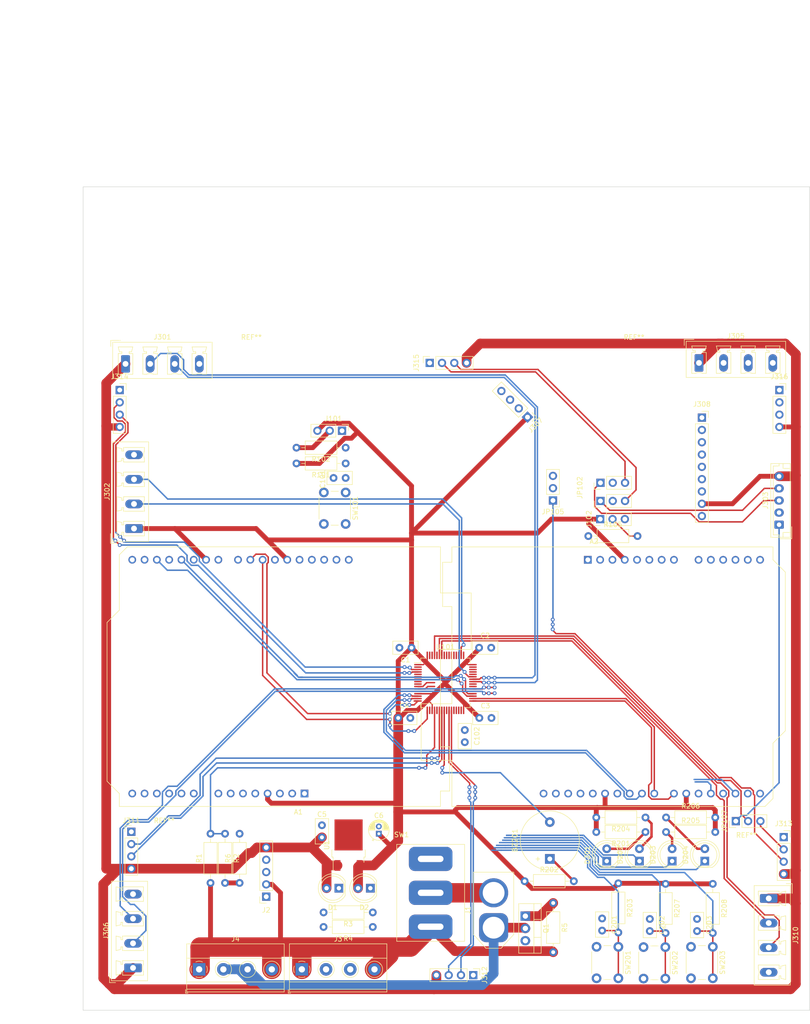
<source format=kicad_pcb>
(kicad_pcb (version 20171130) (host pcbnew "(5.1.9)-1")
  (layers (0 F.Cu power) (1 In1.Cu signal) (2 In2.Cu signal) (31 B.Cu signal) (34 B.Paste user hide) (35 F.Paste user hide) (36 B.SilkS user) (37 F.SilkS user) (38 B.Mask user hide) (39 F.Mask user) (44 Edge.Cuts user))
  (net 0 "")
  (net 1 +3V3)
  (net 2 +5V)
  (net 3 LED1)
  (net 4 LED2)
  (net 5 LED3)
  (net 6 LED4)
  (net 7 +BATT)
  (net 8 ENCODER_1_B)
  (net 9 ENCODER_1_A)
  (net 10 UART1_TX)
  (net 11 UART1_RX)
  (net 12 UART6_TX)
  (net 13 UART6_RX)
  (net 14 PWM_LIDAR)
  (net 15 M2PWM)
  (net 16 M2INB)
  (net 17 M2INA)
  (net 18 M1PWM)
  (net 19 M1INB)
  (net 20 M1INA)
  (net 21 ENCODER_2_B)
  (net 22 ENCODER_2_A)
  (net 23 ENCODER_3_B)
  (net 24 ENCODER_3_A)
  (net 25 SWCLK)
  (net 26 SWDIO)
  (net 27 M4PWM)
  (net 28 M4INB)
  (net 29 M4INA)
  (net 30 M3PWM)
  (net 31 M3INB)
  (net 32 M3INA)
  (net 33 ENCODER_4_B)
  (net 34 ENCODER_4_A)
  (net 35 BUTTON_1)
  (net 36 BUTTON_2)
  (net 37 BUTTON_3)
  (net 38 BUZZER)
  (net 39 "Net-(BZ201-Pad1)")
  (net 40 NRST)
  (net 41 "Net-(D1-Pad1)")
  (net 42 "Net-(D2-Pad1)")
  (net 43 "Net-(D201-Pad2)")
  (net 44 "Net-(D202-Pad2)")
  (net 45 "Net-(D203-Pad2)")
  (net 46 "Net-(D204-Pad2)")
  (net 47 "Net-(J1-Pad1)")
  (net 48 "Net-(J1-Pad2)")
  (net 49 "Net-(J101-Pad2)")
  (net 50 "Net-(J102-Pad2)")
  (net 51 I2C2_SDA_mag+acc)
  (net 52 I2C2_SCL_mag+acc)
  (net 53 INT2_mag+acc)
  (net 54 INT1_mag+acc)
  (net 55 Dist_Sens_01_Trig)
  (net 56 Dist_Sens_01_Echo)
  (net 57 Dist_Sens_02_Trig)
  (net 58 Dist_Sens_02_Echo)
  (net 59 Dist_Sens_03_Trig)
  (net 60 Dist_Sens_03_Echo)
  (net 61 Dist_Sens_04_Trig)
  (net 62 Dist_Sens_04_Echo)
  (net 63 Dist_Sens_06_Trig)
  (net 64 Dist_Sens_06_Echo)
  (net 65 Dist_Sens_05_Trig)
  (net 66 Dist_Sens_05_Echo)
  (net 67 BOOT0)
  (net 68 ADC_BAT)
  (net 69 "Net-(JP105-Pad3)")
  (net 70 "Net-(Q1-Pad1)")
  (net 71 GND)
  (net 72 "Net-(R2-Pad2)")
  (net 73 VCAP_1)
  (net 74 PA11)
  (net 75 PA12)
  (net 76 PB2)
  (net 77 PB9)
  (module MountingHole:MountingHole_4.3mm_M4 (layer F.Cu) (at 151.2 166.4)
    (fp_text reference REF** (at 0 -5.3) (layer F.SilkS))
    (fp_text value MountingHole_4.3mm_M4)
    (pad 1 np_thru_hole circle (at 0 0) (size 4.3 4.3) (drill 4.3) (layers *.Cu *.Mask))
  )
  (module MountingHole:MountingHole_4.3mm_M4 (layer F.Cu) (at 31 163.4)
    (fp_text reference REF** (at 0 -5.3) (layer F.SilkS))
    (fp_text value MountingHole_4.3mm_M4)
    (pad 1 np_thru_hole circle (at 0 0) (size 4.3 4.3) (drill 4.3) (layers *.Cu *.Mask))
  )
  (module MountingHole:MountingHole_4.3mm_M4 (layer F.Cu) (at 128 63.6)
    (fp_text reference REF** (at 0 -5.3) (layer F.SilkS))
    (fp_text value MountingHole_4.3mm_M4)
    (pad 1 np_thru_hole circle (at 0 0) (size 4.3 4.3) (drill 4.3) (layers *.Cu *.Mask))
  )
  (module MountingHole:MountingHole_4.3mm_M4 (layer F.Cu) (at 49 63.6)
    (fp_text reference REF** (at 0 -5.3) (layer F.SilkS))
    (fp_text value MountingHole_4.3mm_M4)
    (pad 1 np_thru_hole circle (at 0 0) (size 4.3 4.3) (drill 4.3) (layers *.Cu *.Mask))
  )
  (module TerminalBlock_Phoenix:TerminalBlock_Phoenix_MKDS-1,5-4_1x04_P5.00mm_Horizontal (layer F.Cu) (at 38.2 188.8)
    (fp_text reference J4 (at 7.5 -6.26) (layer F.SilkS))
    (fp_text value "Motor Driver Power_not_reverse")
    (pad 4 thru_hole circle (at 15 0) (size 2.6 2.6) (drill 1.3) (layers *.Cu *.Mask) (net 7 +BATT))
    (pad 3 thru_hole circle (at 10 0) (size 2.6 2.6) (drill 1.3) (layers *.Cu *.Mask) (net 47 "Net-(J1-Pad1)"))
    (pad 2 thru_hole circle (at 5 0) (size 2.6 2.6) (drill 1.3) (layers *.Cu *.Mask) (net 47 "Net-(J1-Pad1)"))
    (pad 1 thru_hole rect (at 0 0) (size 2.6 2.6) (drill 1.3) (layers *.Cu *.Mask) (net 7 +BATT))
  )
  (module TerminalBlock_Phoenix:TerminalBlock_Phoenix_MKDS-1,5-4_1x04_P5.00mm_Horizontal (layer F.Cu) (at 59.4 188.8)
    (fp_text reference J3 (at 7.5 -6.26) (layer F.SilkS))
    (fp_text value "Motor Driver Power")
    (pad 4 thru_hole circle (at 15 0) (size 2.6 2.6) (drill 1.3) (layers *.Cu *.Mask) (net 7 +BATT))
    (pad 3 thru_hole circle (at 10 0) (size 2.6 2.6) (drill 1.3) (layers *.Cu *.Mask) (net 71 GND))
    (pad 2 thru_hole circle (at 5 0) (size 2.6 2.6) (drill 1.3) (layers *.Cu *.Mask) (net 71 GND))
    (pad 1 thru_hole rect (at 0 0) (size 2.6 2.6) (drill 1.3) (layers *.Cu *.Mask) (net 7 +BATT))
  )
  (module Connector_PinSocket_2.54mm:PinSocket_1x05_P2.54mm_Vertical (layer F.Cu) (at 52.05 173.8 180)
    (fp_text reference J2 (at 0 -2.77) (layer F.SilkS))
    (fp_text value STEP_DOWN_D24V50F5 hide)
    (pad 5 thru_hole oval (at 0 10.16 180) (size 1.7 1.7) (drill 1) (layers *.Cu *.Mask) (net 2 +5V))
    (pad 4 thru_hole oval (at 0 7.62 180) (size 1.7 1.7) (drill 1) (layers *.Cu *.Mask) (net 71 GND))
    (pad 3 thru_hole oval (at 0 5.08 180) (size 1.7 1.7) (drill 1) (layers *.Cu *.Mask) (net 71 GND))
    (pad 2 thru_hole oval (at 0 2.54 180) (size 1.7 1.7) (drill 1) (layers *.Cu *.Mask) (net 7 +BATT))
    (pad 1 thru_hole rect (at 0 0 180) (size 1.7 1.7) (drill 1) (layers *.Cu *.Mask))
  )
  (module my_footprint:Button_MRS-101 (layer F.Cu) (at 86 173)
    (fp_text reference SW1 (at -6 -12) (layer F.SilkS))
    (fp_text value SWITCH)
    (pad 3 thru_hole roundrect (at 0 7) (size 9 5) (drill oval 5.3 1.3) (layers *.Cu *.Mask) (net 7 +BATT))
    (pad 2 thru_hole roundrect (at 0 0) (size 9 5) (drill oval 5.3 1.3) (layers *.Cu *.Mask) (net 48 "Net-(J1-Pad2)"))
    (pad 1 thru_hole roundrect (at 0 -7) (size 9 5) (drill oval 5.3 1.3) (layers *.Cu *.Mask))
  )
  (module Connector_PinHeader_2.54mm:PinHeader_1x04_P2.54mm_Vertical (layer F.Cu) (at 94.8 190 270)
    (fp_text reference J312 (at 0 -2.33 90) (layer F.SilkS))
    (fp_text value Conn_01x04_Female)
    (pad 4 thru_hole oval (at 0 7.62 270) (size 1.7 1.7) (drill 1) (layers *.Cu *.Mask) (net 2 +5V))
    (pad 3 thru_hole oval (at 0 5.08 270) (size 1.7 1.7) (drill 1) (layers *.Cu *.Mask) (net 57 Dist_Sens_02_Trig))
    (pad 2 thru_hole oval (at 0 2.54 270) (size 1.7 1.7) (drill 1) (layers *.Cu *.Mask) (net 58 Dist_Sens_02_Echo))
    (pad 1 thru_hole rect (at 0 0 270) (size 1.7 1.7) (drill 1) (layers *.Cu *.Mask) (net 71 GND))
  )
  (module Module:Arduino_UNO_R3 (layer F.Cu) (at 118.45 104.25)
    (fp_text reference A2 (at 1.27 -3.81 180) (layer F.SilkS))
    (fp_text value Arduino_UNO_R3)
    (pad 16 thru_hole oval (at 33.02 48.26 90) (size 1.6 1.6) (drill 1) (layers *.Cu *.Mask))
    (pad 15 thru_hole oval (at 35.56 48.26 90) (size 1.6 1.6) (drill 1) (layers *.Cu *.Mask))
    (pad 30 thru_hole oval (at -4.06 48.26 90) (size 1.6 1.6) (drill 1) (layers *.Cu *.Mask))
    (pad 14 thru_hole oval (at 35.56 0 90) (size 1.6 1.6) (drill 1) (layers *.Cu *.Mask))
    (pad 29 thru_hole oval (at -1.52 48.26 90) (size 1.6 1.6) (drill 1) (layers *.Cu *.Mask) (net 71 GND))
    (pad 13 thru_hole oval (at 33.02 0 90) (size 1.6 1.6) (drill 1) (layers *.Cu *.Mask))
    (pad 28 thru_hole oval (at 1.02 48.26 90) (size 1.6 1.6) (drill 1) (layers *.Cu *.Mask))
    (pad 12 thru_hole oval (at 30.48 0 90) (size 1.6 1.6) (drill 1) (layers *.Cu *.Mask))
    (pad 27 thru_hole oval (at 3.56 48.26 90) (size 1.6 1.6) (drill 1) (layers *.Cu *.Mask) (net 1 +3V3))
    (pad 11 thru_hole oval (at 27.94 0 90) (size 1.6 1.6) (drill 1) (layers *.Cu *.Mask))
    (pad 26 thru_hole oval (at 6.1 48.26 90) (size 1.6 1.6) (drill 1) (layers *.Cu *.Mask))
    (pad 10 thru_hole oval (at 25.4 0 90) (size 1.6 1.6) (drill 1) (layers *.Cu *.Mask))
    (pad 25 thru_hole oval (at 8.64 48.26 90) (size 1.6 1.6) (drill 1) (layers *.Cu *.Mask) (net 15 M2PWM))
    (pad 9 thru_hole oval (at 22.86 0 90) (size 1.6 1.6) (drill 1) (layers *.Cu *.Mask))
    (pad 24 thru_hole oval (at 11.18 48.26 90) (size 1.6 1.6) (drill 1) (layers *.Cu *.Mask) (net 18 M1PWM))
    (pad 8 thru_hole oval (at 17.78 0 90) (size 1.6 1.6) (drill 1) (layers *.Cu *.Mask))
    (pad 23 thru_hole oval (at 13.72 48.26 90) (size 1.6 1.6) (drill 1) (layers *.Cu *.Mask) (net 16 M2INB))
    (pad 7 thru_hole oval (at 15.24 0 90) (size 1.6 1.6) (drill 1) (layers *.Cu *.Mask) (net 71 GND))
    (pad 22 thru_hole oval (at 17.78 48.26 90) (size 1.6 1.6) (drill 1) (layers *.Cu *.Mask) (net 17 M2INA))
    (pad 6 thru_hole oval (at 12.7 0 90) (size 1.6 1.6) (drill 1) (layers *.Cu *.Mask) (net 71 GND))
    (pad 21 thru_hole oval (at 20.32 48.26 90) (size 1.6 1.6) (drill 1) (layers *.Cu *.Mask) (net 1 +3V3))
    (pad 5 thru_hole oval (at 10.16 0 90) (size 1.6 1.6) (drill 1) (layers *.Cu *.Mask))
    (pad 20 thru_hole oval (at 22.86 48.26 90) (size 1.6 1.6) (drill 1) (layers *.Cu *.Mask))
    (pad 4 thru_hole oval (at 7.62 0 90) (size 1.6 1.6) (drill 1) (layers *.Cu *.Mask) (net 1 +3V3))
    (pad 19 thru_hole oval (at 25.4 48.26 90) (size 1.6 1.6) (drill 1) (layers *.Cu *.Mask) (net 19 M1INB))
    (pad 3 thru_hole oval (at 5.08 0 90) (size 1.6 1.6) (drill 1) (layers *.Cu *.Mask))
    (pad 18 thru_hole oval (at 27.94 48.26 90) (size 1.6 1.6) (drill 1) (layers *.Cu *.Mask))
    (pad 2 thru_hole oval (at 2.54 0 90) (size 1.6 1.6) (drill 1) (layers *.Cu *.Mask))
    (pad 17 thru_hole oval (at 30.48 48.26 90) (size 1.6 1.6) (drill 1) (layers *.Cu *.Mask) (net 20 M1INA))
    (pad 1 thru_hole rect (at 0 0 90) (size 1.6 1.6) (drill 1) (layers *.Cu *.Mask))
    (pad 31 thru_hole oval (at -6.6 48.26 90) (size 1.6 1.6) (drill 1) (layers *.Cu *.Mask))
    (pad 32 thru_hole oval (at -9.14 48.26 90) (size 1.6 1.6) (drill 1) (layers *.Cu *.Mask))
  )
  (module Module:Arduino_UNO_R3 (layer F.Cu) (at 59.95 152.5 180)
    (fp_text reference A1 (at 1.27 -3.81 180) (layer F.SilkS))
    (fp_text value Arduino_UNO_R3)
    (pad 16 thru_hole oval (at 33.02 48.26 270) (size 1.6 1.6) (drill 1) (layers *.Cu *.Mask))
    (pad 15 thru_hole oval (at 35.56 48.26 270) (size 1.6 1.6) (drill 1) (layers *.Cu *.Mask))
    (pad 30 thru_hole oval (at -4.06 48.26 270) (size 1.6 1.6) (drill 1) (layers *.Cu *.Mask))
    (pad 14 thru_hole oval (at 35.56 0 270) (size 1.6 1.6) (drill 1) (layers *.Cu *.Mask))
    (pad 29 thru_hole oval (at -1.52 48.26 270) (size 1.6 1.6) (drill 1) (layers *.Cu *.Mask) (net 71 GND))
    (pad 13 thru_hole oval (at 33.02 0 270) (size 1.6 1.6) (drill 1) (layers *.Cu *.Mask))
    (pad 28 thru_hole oval (at 1.02 48.26 270) (size 1.6 1.6) (drill 1) (layers *.Cu *.Mask))
    (pad 12 thru_hole oval (at 30.48 0 270) (size 1.6 1.6) (drill 1) (layers *.Cu *.Mask))
    (pad 27 thru_hole oval (at 3.56 48.26 270) (size 1.6 1.6) (drill 1) (layers *.Cu *.Mask) (net 1 +3V3))
    (pad 11 thru_hole oval (at 27.94 0 270) (size 1.6 1.6) (drill 1) (layers *.Cu *.Mask))
    (pad 26 thru_hole oval (at 6.1 48.26 270) (size 1.6 1.6) (drill 1) (layers *.Cu *.Mask))
    (pad 10 thru_hole oval (at 25.4 0 270) (size 1.6 1.6) (drill 1) (layers *.Cu *.Mask))
    (pad 25 thru_hole oval (at 8.64 48.26 270) (size 1.6 1.6) (drill 1) (layers *.Cu *.Mask) (net 27 M4PWM))
    (pad 9 thru_hole oval (at 22.86 0 270) (size 1.6 1.6) (drill 1) (layers *.Cu *.Mask))
    (pad 24 thru_hole oval (at 11.18 48.26 270) (size 1.6 1.6) (drill 1) (layers *.Cu *.Mask) (net 30 M3PWM))
    (pad 8 thru_hole oval (at 17.78 0 270) (size 1.6 1.6) (drill 1) (layers *.Cu *.Mask))
    (pad 23 thru_hole oval (at 13.72 48.26 270) (size 1.6 1.6) (drill 1) (layers *.Cu *.Mask) (net 28 M4INB))
    (pad 7 thru_hole oval (at 15.24 0 270) (size 1.6 1.6) (drill 1) (layers *.Cu *.Mask) (net 71 GND))
    (pad 22 thru_hole oval (at 17.78 48.26 270) (size 1.6 1.6) (drill 1) (layers *.Cu *.Mask) (net 29 M4INA))
    (pad 6 thru_hole oval (at 12.7 0 270) (size 1.6 1.6) (drill 1) (layers *.Cu *.Mask) (net 71 GND))
    (pad 21 thru_hole oval (at 20.32 48.26 270) (size 1.6 1.6) (drill 1) (layers *.Cu *.Mask) (net 1 +3V3))
    (pad 5 thru_hole oval (at 10.16 0 270) (size 1.6 1.6) (drill 1) (layers *.Cu *.Mask))
    (pad 20 thru_hole oval (at 22.86 48.26 270) (size 1.6 1.6) (drill 1) (layers *.Cu *.Mask))
    (pad 4 thru_hole oval (at 7.62 0 270) (size 1.6 1.6) (drill 1) (layers *.Cu *.Mask) (net 1 +3V3))
    (pad 19 thru_hole oval (at 25.4 48.26 270) (size 1.6 1.6) (drill 1) (layers *.Cu *.Mask) (net 31 M3INB))
    (pad 3 thru_hole oval (at 5.08 0 270) (size 1.6 1.6) (drill 1) (layers *.Cu *.Mask))
    (pad 18 thru_hole oval (at 27.94 48.26 270) (size 1.6 1.6) (drill 1) (layers *.Cu *.Mask))
    (pad 2 thru_hole oval (at 2.54 0 270) (size 1.6 1.6) (drill 1) (layers *.Cu *.Mask))
    (pad 17 thru_hole oval (at 30.48 48.26 270) (size 1.6 1.6) (drill 1) (layers *.Cu *.Mask) (net 32 M3INA))
    (pad 1 thru_hole rect (at 0 0 270) (size 1.6 1.6) (drill 1) (layers *.Cu *.Mask))
    (pad 31 thru_hole oval (at -6.6 48.26 270) (size 1.6 1.6) (drill 1) (layers *.Cu *.Mask))
    (pad 32 thru_hole oval (at -9.14 48.26 270) (size 1.6 1.6) (drill 1) (layers *.Cu *.Mask))
  )
  (module Resistor_THT:R_Axial_DIN0207_L6.3mm_D2.5mm_P10.16mm_Horizontal (layer F.Cu) (at 46.55 170.96 90)
    (fp_text reference R6 (at 5.08 -2.37 90) (layer F.SilkS))
    (fp_text value 10k)
    (pad 2 thru_hole oval (at 10.16 0 90) (size 1.6 1.6) (drill 0.8) (layers *.Cu *.Mask) (net 71 GND))
    (pad 1 thru_hole circle (at 0 0 90) (size 1.6 1.6) (drill 0.8) (layers *.Cu *.Mask) (net 72 "Net-(R2-Pad2)"))
  )
  (module Resistor_THT:R_Axial_DIN0207_L6.3mm_D2.5mm_P10.16mm_Horizontal (layer F.Cu) (at 43.55 160.8 270)
    (fp_text reference R2 (at 5.08 -2.37 90) (layer F.SilkS))
    (fp_text value 10k)
    (pad 2 thru_hole oval (at 10.16 0 270) (size 1.6 1.6) (drill 0.8) (layers *.Cu *.Mask) (net 72 "Net-(R2-Pad2)"))
    (pad 1 thru_hole circle (at 0 0 270) (size 1.6 1.6) (drill 0.8) (layers *.Cu *.Mask) (net 68 ADC_BAT))
  )
  (module Capacitor_THT:C_Disc_D5.0mm_W2.5mm_P2.50mm (layer F.Cu) (at 93.05 139.4 270)
    (fp_text reference C102 (at 1.25 -2.5 90) (layer F.SilkS))
    (fp_text value 4.7uF)
    (pad 1 thru_hole circle (at 0 0 270) (size 1.6 1.6) (drill 0.8) (layers *.Cu *.Mask) (net 73 VCAP_1))
    (pad 2 thru_hole circle (at 2.5 0 270) (size 1.6 1.6) (drill 0.8) (layers *.Cu *.Mask) (net 71 GND))
  )
  (module LED_THT:LED_D5.0mm (layer F.Cu) (at 73.55 172.05 180)
    (fp_text reference D2 (at 1.27 -3.96) (layer F.SilkS))
    (fp_text value RED2)
    (pad 2 thru_hole circle (at 2.54 0 180) (size 1.8 1.8) (drill 0.9) (layers *.Cu *.Mask) (net 1 +3V3))
    (pad 1 thru_hole rect (at 0 0 180) (size 1.8 1.8) (drill 0.9) (layers *.Cu *.Mask) (net 42 "Net-(D2-Pad1)"))
  )
  (module LED_THT:LED_D5.0mm (layer F.Cu) (at 67.05 172.05 180)
    (fp_text reference D1 (at 1.27 -3.96) (layer F.SilkS))
    (fp_text value RED)
    (pad 2 thru_hole circle (at 2.54 0 180) (size 1.8 1.8) (drill 0.9) (layers *.Cu *.Mask) (net 2 +5V))
    (pad 1 thru_hole rect (at 0 0 180) (size 1.8 1.8) (drill 0.9) (layers *.Cu *.Mask) (net 41 "Net-(D1-Pad1)"))
  )
  (module Resistor_THT:R_Axial_DIN0207_L6.3mm_D2.5mm_P10.16mm_Horizontal (layer F.Cu) (at 74.05 180.05 180)
    (fp_text reference R4 (at 5.08 -2.37) (layer F.SilkS))
    (fp_text value 470)
    (pad 2 thru_hole oval (at 10.16 0 180) (size 1.6 1.6) (drill 0.8) (layers *.Cu *.Mask) (net 71 GND))
    (pad 1 thru_hole circle (at 0 0 180) (size 1.6 1.6) (drill 0.8) (layers *.Cu *.Mask) (net 41 "Net-(D1-Pad1)"))
  )
  (module Resistor_THT:R_Axial_DIN0207_L6.3mm_D2.5mm_P10.16mm_Horizontal (layer F.Cu) (at 74.05 177.05 180)
    (fp_text reference R3 (at 5.08 -2.37) (layer F.SilkS))
    (fp_text value 470)
    (pad 2 thru_hole oval (at 10.16 0 180) (size 1.6 1.6) (drill 0.8) (layers *.Cu *.Mask) (net 71 GND))
    (pad 1 thru_hole circle (at 0 0 180) (size 1.6 1.6) (drill 0.8) (layers *.Cu *.Mask) (net 42 "Net-(D2-Pad1)"))
  )
  (module Resistor_THT:R_Axial_DIN0207_L6.3mm_D2.5mm_P10.16mm_Horizontal (layer F.Cu) (at 144.25 171.15 270)
    (fp_text reference R208 (at 5.08 -2.37 90) (layer F.SilkS))
    (fp_text value 4k7)
    (pad 2 thru_hole oval (at 10.16 0 270) (size 1.6 1.6) (drill 0.8) (layers *.Cu *.Mask) (net 37 BUTTON_3))
    (pad 1 thru_hole circle (at 0 0 270) (size 1.6 1.6) (drill 0.8) (layers *.Cu *.Mask) (net 1 +3V3))
  )
  (module Resistor_THT:R_Axial_DIN0207_L6.3mm_D2.5mm_P10.16mm_Horizontal (layer F.Cu) (at 134.5 171.15 270)
    (fp_text reference R207 (at 5.08 -2.37 90) (layer F.SilkS))
    (fp_text value 4k7)
    (pad 2 thru_hole oval (at 10.16 0 270) (size 1.6 1.6) (drill 0.8) (layers *.Cu *.Mask) (net 36 BUTTON_2))
    (pad 1 thru_hole circle (at 0 0 270) (size 1.6 1.6) (drill 0.8) (layers *.Cu *.Mask) (net 1 +3V3))
  )
  (module Resistor_THT:R_Axial_DIN0207_L6.3mm_D2.5mm_P10.16mm_Horizontal (layer F.Cu) (at 134.6 157.45)
    (fp_text reference R206 (at 5.08 -2.37) (layer F.SilkS))
    (fp_text value 330)
    (pad 2 thru_hole oval (at 10.16 0) (size 1.6 1.6) (drill 0.8) (layers *.Cu *.Mask) (net 1 +3V3))
    (pad 1 thru_hole circle (at 0 0) (size 1.6 1.6) (drill 0.8) (layers *.Cu *.Mask) (net 46 "Net-(D204-Pad2)"))
  )
  (module Resistor_THT:R_Axial_DIN0207_L6.3mm_D2.5mm_P10.16mm_Horizontal (layer F.Cu) (at 134.6 160.45)
    (fp_text reference R205 (at 5.08 -2.37) (layer F.SilkS))
    (fp_text value 330)
    (pad 2 thru_hole oval (at 10.16 0) (size 1.6 1.6) (drill 0.8) (layers *.Cu *.Mask) (net 1 +3V3))
    (pad 1 thru_hole circle (at 0 0) (size 1.6 1.6) (drill 0.8) (layers *.Cu *.Mask) (net 45 "Net-(D203-Pad2)"))
  )
  (module Resistor_THT:R_Axial_DIN0207_L6.3mm_D2.5mm_P10.16mm_Horizontal (layer F.Cu) (at 130.35 157.45 180)
    (fp_text reference R204 (at 5.08 -2.37) (layer F.SilkS))
    (fp_text value 330)
    (pad 2 thru_hole oval (at 10.16 0 180) (size 1.6 1.6) (drill 0.8) (layers *.Cu *.Mask) (net 1 +3V3))
    (pad 1 thru_hole circle (at 0 0 180) (size 1.6 1.6) (drill 0.8) (layers *.Cu *.Mask) (net 44 "Net-(D202-Pad2)"))
  )
  (module Resistor_THT:R_Axial_DIN0207_L6.3mm_D2.5mm_P10.16mm_Horizontal (layer F.Cu) (at 124.75 171.04 270)
    (fp_text reference R203 (at 5.08 -2.37 90) (layer F.SilkS))
    (fp_text value 4k7)
    (pad 2 thru_hole oval (at 10.16 0 270) (size 1.6 1.6) (drill 0.8) (layers *.Cu *.Mask) (net 35 BUTTON_1))
    (pad 1 thru_hole circle (at 0 0 270) (size 1.6 1.6) (drill 0.8) (layers *.Cu *.Mask) (net 1 +3V3))
  )
  (module Resistor_THT:R_Axial_DIN0207_L6.3mm_D2.5mm_P10.16mm_Horizontal (layer F.Cu) (at 105.4 170.6)
    (fp_text reference R202 (at 5.08 -2.37) (layer F.SilkS))
    (fp_text value 330)
    (pad 1 thru_hole circle (at 0 0) (size 1.6 1.6) (drill 0.8) (layers *.Cu *.Mask) (net 1 +3V3))
    (pad 2 thru_hole oval (at 10.16 0) (size 1.6 1.6) (drill 0.8) (layers *.Cu *.Mask) (net 39 "Net-(BZ201-Pad1)"))
  )
  (module Resistor_THT:R_Axial_DIN0207_L6.3mm_D2.5mm_P10.16mm_Horizontal (layer F.Cu) (at 130.35 160.45 180)
    (fp_text reference R201 (at 5.08 -2.37) (layer F.SilkS))
    (fp_text value 330)
    (pad 2 thru_hole oval (at 10.16 0 180) (size 1.6 1.6) (drill 0.8) (layers *.Cu *.Mask) (net 1 +3V3))
    (pad 1 thru_hole circle (at 0 0 180) (size 1.6 1.6) (drill 0.8) (layers *.Cu *.Mask) (net 43 "Net-(D201-Pad2)"))
  )
  (module Resistor_THT:R_Axial_DIN0207_L6.3mm_D2.5mm_P10.16mm_Horizontal (layer F.Cu) (at 118.55 99.35)
    (fp_text reference R105 (at 5.08 -2.37) (layer F.SilkS))
    (fp_text value 10k)
    (pad 1 thru_hole circle (at 0 0) (size 1.6 1.6) (drill 0.8) (layers *.Cu *.Mask) (net 69 "Net-(JP105-Pad3)"))
    (pad 2 thru_hole oval (at 10.16 0) (size 1.6 1.6) (drill 0.8) (layers *.Cu *.Mask) (net 50 "Net-(J102-Pad2)"))
  )
  (module Resistor_THT:R_Axial_DIN0207_L6.3mm_D2.5mm_P10.16mm_Horizontal (layer F.Cu) (at 68.45 81.1 180)
    (fp_text reference R102 (at 5.08 -2.37) (layer F.SilkS))
    (fp_text value 10k)
    (pad 2 thru_hole oval (at 10.16 0 180) (size 1.6 1.6) (drill 0.8) (layers *.Cu *.Mask) (net 49 "Net-(J101-Pad2)"))
    (pad 1 thru_hole circle (at 0 0 180) (size 1.6 1.6) (drill 0.8) (layers *.Cu *.Mask) (net 67 BOOT0))
  )
  (module Resistor_THT:R_Axial_DIN0207_L6.3mm_D2.5mm_P10.16mm_Horizontal (layer F.Cu) (at 68.45 84.35 180)
    (fp_text reference R101 (at 5.08 -2.37) (layer F.SilkS))
    (fp_text value 10k)
    (pad 2 thru_hole oval (at 10.16 0 180) (size 1.6 1.6) (drill 0.8) (layers *.Cu *.Mask) (net 1 +3V3))
    (pad 1 thru_hole circle (at 0 0 180) (size 1.6 1.6) (drill 0.8) (layers *.Cu *.Mask) (net 40 NRST))
  )
  (module Resistor_THT:R_Axial_DIN0207_L6.3mm_D2.5mm_P10.16mm_Horizontal (layer F.Cu) (at 111.3 175.1 270)
    (fp_text reference R5 (at 5.08 -2.37 90) (layer F.SilkS))
    (fp_text value 47k)
    (pad 2 thru_hole oval (at 10.16 0 270) (size 1.6 1.6) (drill 0.8) (layers *.Cu *.Mask) (net 7 +BATT))
    (pad 1 thru_hole circle (at 0 0 270) (size 1.6 1.6) (drill 0.8) (layers *.Cu *.Mask) (net 70 "Net-(Q1-Pad1)"))
  )
  (module Resistor_THT:R_Axial_DIN0207_L6.3mm_D2.5mm_P10.16mm_Horizontal (layer F.Cu) (at 40.55 170.96 90)
    (fp_text reference R1 (at 5.08 -2.37 90) (layer F.SilkS))
    (fp_text value 100k)
    (pad 2 thru_hole oval (at 10.16 0 90) (size 1.6 1.6) (drill 0.8) (layers *.Cu *.Mask) (net 68 ADC_BAT))
    (pad 1 thru_hole circle (at 0 0 90) (size 1.6 1.6) (drill 0.8) (layers *.Cu *.Mask) (net 7 +BATT))
  )
  (module Connector_PinHeader_2.54mm:PinHeader_1x03_P2.54mm_Vertical (layer F.Cu) (at 149 158.2 90)
    (fp_text reference JP107 (at 0 -2.33 90) (layer F.SilkS))
    (fp_text value Jumper_3_Bridged12)
    (pad 1 thru_hole rect (at 0 0 90) (size 1.7 1.7) (drill 1) (layers *.Cu *.Mask) (net 14 PWM_LIDAR))
    (pad 2 thru_hole oval (at 0 2.54 90) (size 1.7 1.7) (drill 1) (layers *.Cu *.Mask) (net 77 PB9))
    (pad 3 thru_hole oval (at 0 5.08 90) (size 1.7 1.7) (drill 1) (layers *.Cu *.Mask) (net 60 Dist_Sens_03_Echo))
  )
  (module Connector_PinHeader_2.54mm:PinHeader_1x03_P2.54mm_Vertical (layer F.Cu) (at 111.25 92 180)
    (fp_text reference JP105 (at 0 -2.33) (layer F.SilkS))
    (fp_text value Jumper_3_Bridged12)
    (pad 1 thru_hole rect (at 0 0 180) (size 1.7 1.7) (drill 1) (layers *.Cu *.Mask) (net 59 Dist_Sens_03_Trig))
    (pad 2 thru_hole oval (at 0 2.54 180) (size 1.7 1.7) (drill 1) (layers *.Cu *.Mask) (net 76 PB2))
    (pad 3 thru_hole oval (at 0 5.08 180) (size 1.7 1.7) (drill 1) (layers *.Cu *.Mask) (net 69 "Net-(JP105-Pad3)"))
  )
  (module Connector_PinHeader_2.54mm:PinHeader_1x03_P2.54mm_Vertical (layer F.Cu) (at 121.05 88.35 90)
    (fp_text reference JP104 hide)
    (fp_text value Jumper_3_Bridged12 hide)
    (pad 1 thru_hole rect (at 0 0 90) (size 1.7 1.7) (drill 1) (layers *.Cu *.Mask) (net 13 UART6_RX))
    (pad 2 thru_hole oval (at 0 2.54 90) (size 1.7 1.7) (drill 1) (layers *.Cu *.Mask) (net 75 PA12))
    (pad 3 thru_hole oval (at 0 5.08 90) (size 1.7 1.7) (drill 1) (layers *.Cu *.Mask) (net 64 Dist_Sens_06_Echo))
  )
  (module Connector_PinHeader_2.54mm:PinHeader_1x03_P2.54mm_Vertical (layer F.Cu) (at 121.05 92.1 90)
    (fp_text reference JP102 (at 2.75 -4.25 90) (layer F.SilkS))
    (fp_text value Jumper_3_Bridged12)
    (pad 1 thru_hole rect (at 0 0 90) (size 1.7 1.7) (drill 1) (layers *.Cu *.Mask) (net 12 UART6_TX))
    (pad 2 thru_hole oval (at 0 2.54 90) (size 1.7 1.7) (drill 1) (layers *.Cu *.Mask) (net 74 PA11))
    (pad 3 thru_hole oval (at 0 5.08 90) (size 1.7 1.7) (drill 1) (layers *.Cu *.Mask) (net 63 Dist_Sens_06_Trig))
  )
  (module Connector_PinHeader_2.54mm:PinHeader_1x04_P2.54mm_Vertical (layer F.Cu) (at 24.2 160.4)
    (fp_text reference J311 (at 0 -2.33) (layer F.SilkS))
    (fp_text value Conn_01x04_Female)
    (pad 4 thru_hole oval (at 0 7.62) (size 1.7 1.7) (drill 1) (layers *.Cu *.Mask) (net 2 +5V))
    (pad 3 thru_hole oval (at 0 5.08) (size 1.7 1.7) (drill 1) (layers *.Cu *.Mask) (net 55 Dist_Sens_01_Trig))
    (pad 2 thru_hole oval (at 0 2.54) (size 1.7 1.7) (drill 1) (layers *.Cu *.Mask) (net 56 Dist_Sens_01_Echo))
    (pad 1 thru_hole rect (at 0 0) (size 1.7 1.7) (drill 1) (layers *.Cu *.Mask) (net 71 GND))
  )
  (module Connector_PinSocket_2.54mm:PinSocket_1x09_P2.54mm_Vertical (layer F.Cu) (at 142 74.9)
    (fp_text reference J308 (at 0 -2.77) (layer F.SilkS))
    (fp_text value LSM303D_acc+mag)
    (pad 1 thru_hole rect (at 0 0) (size 1.7 1.7) (drill 1) (layers *.Cu *.Mask) (net 54 INT1_mag+acc))
    (pad 2 thru_hole oval (at 0 2.54) (size 1.7 1.7) (drill 1) (layers *.Cu *.Mask) (net 53 INT2_mag+acc))
    (pad 3 thru_hole oval (at 0 5.08) (size 1.7 1.7) (drill 1) (layers *.Cu *.Mask))
    (pad 4 thru_hole oval (at 0 7.62) (size 1.7 1.7) (drill 1) (layers *.Cu *.Mask))
    (pad 5 thru_hole oval (at 0 10.16) (size 1.7 1.7) (drill 1) (layers *.Cu *.Mask) (net 52 I2C2_SCL_mag+acc))
    (pad 6 thru_hole oval (at 0 12.7) (size 1.7 1.7) (drill 1) (layers *.Cu *.Mask) (net 51 I2C2_SDA_mag+acc))
    (pad 7 thru_hole oval (at 0 15.24) (size 1.7 1.7) (drill 1) (layers *.Cu *.Mask) (net 71 GND))
    (pad 8 thru_hole oval (at 0 17.78) (size 1.7 1.7) (drill 1) (layers *.Cu *.Mask) (net 2 +5V))
    (pad 9 thru_hole oval (at 0 20.32) (size 1.7 1.7) (drill 1) (layers *.Cu *.Mask))
  )
  (module Connector_PinHeader_2.54mm:PinHeader_1x03_P2.54mm_Vertical (layer F.Cu) (at 121.01 95.85 90)
    (fp_text reference J102 (at 0 -2.33 90) (layer F.SilkS))
    (fp_text value BOOT1)
    (pad 1 thru_hole rect (at 0 0 90) (size 1.7 1.7) (drill 1) (layers *.Cu *.Mask) (net 1 +3V3))
    (pad 2 thru_hole oval (at 0 2.54 90) (size 1.7 1.7) (drill 1) (layers *.Cu *.Mask) (net 50 "Net-(J102-Pad2)"))
    (pad 3 thru_hole oval (at 0 5.08 90) (size 1.7 1.7) (drill 1) (layers *.Cu *.Mask) (net 71 GND))
  )
  (module Connector_PinHeader_2.54mm:PinHeader_1x03_P2.54mm_Vertical (layer F.Cu) (at 67.7 77.6 270)
    (fp_text reference J101 (at -2.5 1.79 180) (layer F.SilkS))
    (fp_text value BOOT0)
    (pad 3 thru_hole oval (at 0 5.08 270) (size 1.7 1.7) (drill 1) (layers *.Cu *.Mask) (net 1 +3V3))
    (pad 2 thru_hole oval (at 0 2.54 270) (size 1.7 1.7) (drill 1) (layers *.Cu *.Mask) (net 49 "Net-(J101-Pad2)"))
    (pad 1 thru_hole rect (at 0 0 270) (size 1.7 1.7) (drill 1) (layers *.Cu *.Mask) (net 71 GND))
  )
  (module Capacitor_THT:C_Disc_D5.0mm_W2.5mm_P2.50mm (layer F.Cu) (at 141 178.4 270)
    (fp_text reference C203 (at 1.25 -2.5 90) (layer F.SilkS))
    (fp_text value 100nF)
    (pad 2 thru_hole circle (at 2.5 0 270) (size 1.6 1.6) (drill 0.8) (layers *.Cu *.Mask) (net 37 BUTTON_3))
    (pad 1 thru_hole circle (at 0 0 270) (size 1.6 1.6) (drill 0.8) (layers *.Cu *.Mask) (net 71 GND))
  )
  (module Capacitor_THT:C_Disc_D5.0mm_W2.5mm_P2.50mm (layer F.Cu) (at 131.25 178.4 270)
    (fp_text reference C202 (at 1.25 -2.5 90) (layer F.SilkS))
    (fp_text value 100nF)
    (pad 2 thru_hole circle (at 2.5 0 270) (size 1.6 1.6) (drill 0.8) (layers *.Cu *.Mask) (net 36 BUTTON_2))
    (pad 1 thru_hole circle (at 0 0 270) (size 1.6 1.6) (drill 0.8) (layers *.Cu *.Mask) (net 71 GND))
  )
  (module Capacitor_THT:C_Disc_D5.0mm_W2.5mm_P2.50mm (layer F.Cu) (at 121.4 178.3 270)
    (fp_text reference C201 (at 1.25 -2.5 90) (layer F.SilkS))
    (fp_text value 100nF)
    (pad 2 thru_hole circle (at 2.5 0 270) (size 1.6 1.6) (drill 0.8) (layers *.Cu *.Mask) (net 35 BUTTON_1))
    (pad 1 thru_hole circle (at 0 0 270) (size 1.6 1.6) (drill 0.8) (layers *.Cu *.Mask) (net 71 GND))
  )
  (module Capacitor_THT:C_Disc_D5.0mm_W2.5mm_P2.50mm (layer F.Cu) (at 68.45 87.35 180)
    (fp_text reference C101 (at 4.75 -0.25 270) (layer F.SilkS))
    (fp_text value 100nF)
    (pad 2 thru_hole circle (at 2.5 0 180) (size 1.6 1.6) (drill 0.8) (layers *.Cu *.Mask) (net 71 GND))
    (pad 1 thru_hole circle (at 0 0 180) (size 1.6 1.6) (drill 0.8) (layers *.Cu *.Mask) (net 40 NRST))
  )
  (module Capacitor_THT:CP_Radial_D4.0mm_P1.50mm (layer F.Cu) (at 75.3 160.8 90)
    (fp_text reference C6 (at 3.75 0) (layer F.SilkS))
    (fp_text value 2,2uF)
    (pad 2 thru_hole circle (at 1.5 0 90) (size 1.2 1.2) (drill 0.6) (layers *.Cu *.Mask) (net 71 GND))
    (pad 1 thru_hole rect (at 0 0 90) (size 1.2 1.2) (drill 0.6) (layers *.Cu *.Mask) (net 1 +3V3))
  )
  (module Capacitor_THT:C_Disc_D5.0mm_W2.5mm_P2.50mm (layer F.Cu) (at 63.55 161.55 90)
    (fp_text reference C5 (at 4.75 0) (layer F.SilkS))
    (fp_text value 100nF)
    (pad 2 thru_hole circle (at 2.5 0 90) (size 1.6 1.6) (drill 0.8) (layers *.Cu *.Mask) (net 71 GND))
    (pad 1 thru_hole circle (at 0 0 90) (size 1.6 1.6) (drill 0.8) (layers *.Cu *.Mask) (net 2 +5V))
  )
  (module Capacitor_THT:C_Disc_D5.0mm_W2.5mm_P2.50mm (layer F.Cu) (at 79.3 136.9)
    (fp_text reference C4 (at 1.25 -2.5) (layer F.SilkS))
    (fp_text value 100nF)
    (pad 1 thru_hole circle (at 0 0) (size 1.6 1.6) (drill 0.8) (layers *.Cu *.Mask) (net 1 +3V3))
    (pad 2 thru_hole circle (at 2.5 0) (size 1.6 1.6) (drill 0.8) (layers *.Cu *.Mask) (net 71 GND))
  )
  (module Capacitor_THT:C_Disc_D5.0mm_W2.5mm_P2.50mm (layer F.Cu) (at 96.05 136.9)
    (fp_text reference C3 (at 1.25 -2.5) (layer F.SilkS))
    (fp_text value 100nF)
    (pad 1 thru_hole circle (at 0 0) (size 1.6 1.6) (drill 0.8) (layers *.Cu *.Mask) (net 1 +3V3))
    (pad 2 thru_hole circle (at 2.5 0) (size 1.6 1.6) (drill 0.8) (layers *.Cu *.Mask) (net 71 GND))
  )
  (module Capacitor_THT:C_Disc_D5.0mm_W2.5mm_P2.50mm (layer F.Cu) (at 96 122.4)
    (fp_text reference C2 (at 1.25 -2.5) (layer F.SilkS))
    (fp_text value 100nF)
    (pad 1 thru_hole circle (at 0 0) (size 1.6 1.6) (drill 0.8) (layers *.Cu *.Mask) (net 1 +3V3))
    (pad 2 thru_hole circle (at 2.5 0) (size 1.6 1.6) (drill 0.8) (layers *.Cu *.Mask) (net 71 GND))
  )
  (module Capacitor_THT:C_Disc_D5.0mm_W2.5mm_P2.50mm (layer F.Cu) (at 82.05 122.4 180)
    (fp_text reference C1 (at 1.25 -2.5) (layer F.SilkS))
    (fp_text value 100nF)
    (pad 1 thru_hole circle (at 0 0 180) (size 1.6 1.6) (drill 0.8) (layers *.Cu *.Mask) (net 1 +3V3))
    (pad 2 thru_hole circle (at 2.5 0 180) (size 1.6 1.6) (drill 0.8) (layers *.Cu *.Mask) (net 71 GND))
  )
  (module Buzzer_Beeper:Buzzer_12x9.5RM7.6 (layer F.Cu) (at 110.6 166 90)
    (fp_text reference BZ201 (at 3.8 -7.2 90) (layer F.SilkS))
    (fp_text value Buzzer)
    (fp_text user + (at -0.01 -2.54 90) (layer F.SilkS))
    (pad 1 thru_hole rect (at 0 0 90) (size 2 2) (drill 1) (layers *.Cu *.Mask) (net 39 "Net-(BZ201-Pad1)"))
    (pad 2 thru_hole circle (at 7.6 0 90) (size 2 2) (drill 1) (layers *.Cu *.Mask) (net 38 BUZZER))
  )
  (module Button_Switch_THT:SW_PUSH_6mm_H9.5mm (layer F.Cu) (at 68.45 90.35 270)
    (fp_text reference SW101 (at 3.25 -2 90) (layer F.SilkS))
    (fp_text value RESET)
    (pad 1 thru_hole circle (at 6.5 0) (size 2 2) (drill 1.1) (layers *.Cu *.Mask) (net 40 NRST))
    (pad 2 thru_hole circle (at 6.5 4.5) (size 2 2) (drill 1.1) (layers *.Cu *.Mask) (net 71 GND))
    (pad 1 thru_hole circle (at 0 0) (size 2 2) (drill 1.1) (layers *.Cu *.Mask) (net 40 NRST))
    (pad 2 thru_hole circle (at 0 4.5) (size 2 2) (drill 1.1) (layers *.Cu *.Mask) (net 71 GND))
  )
  (module Package_QFP:LQFP-64_10x10mm_P0.5mm (layer F.Cu) (at 89.05 129.65)
    (fp_text reference U101 (at 0 -7.4) (layer F.SilkS))
    (fp_text value STM32F411RETx)
    (pad 1 smd roundrect (at -5.675 -3.75) (size 1.55 0.3) (layers F.Cu F.Paste F.Mask) (net 1 +3V3))
    (pad 2 smd roundrect (at -5.675 -3.25) (size 1.55 0.3) (layers F.Cu F.Paste F.Mask) (net 36 BUTTON_2))
    (pad 3 smd roundrect (at -5.675 -2.75) (size 1.55 0.3) (layers F.Cu F.Paste F.Mask) (net 61 Dist_Sens_04_Trig))
    (pad 4 smd roundrect (at -5.675 -2.25) (size 1.55 0.3) (layers F.Cu F.Paste F.Mask) (net 62 Dist_Sens_04_Echo))
    (pad 5 smd roundrect (at -5.675 -1.75) (size 1.55 0.3) (layers F.Cu F.Paste F.Mask) (net 54 INT1_mag+acc))
    (pad 6 smd roundrect (at -5.675 -1.25) (size 1.55 0.3) (layers F.Cu F.Paste F.Mask) (net 53 INT2_mag+acc))
    (pad 7 smd roundrect (at -5.675 -0.75) (size 1.55 0.3) (layers F.Cu F.Paste F.Mask) (net 40 NRST))
    (pad 8 smd roundrect (at -5.675 -0.25) (size 1.55 0.3) (layers F.Cu F.Paste F.Mask) (net 66 Dist_Sens_05_Echo))
    (pad 9 smd roundrect (at -5.675 0.25) (size 1.55 0.3) (layers F.Cu F.Paste F.Mask) (net 65 Dist_Sens_05_Trig))
    (pad 10 smd roundrect (at -5.675 0.75) (size 1.55 0.3) (layers F.Cu F.Paste F.Mask) (net 19 M1INB))
    (pad 11 smd roundrect (at -5.675 1.25) (size 1.55 0.3) (layers F.Cu F.Paste F.Mask) (net 20 M1INA))
    (pad 12 smd roundrect (at -5.675 1.75) (size 1.55 0.3) (layers F.Cu F.Paste F.Mask) (net 71 GND))
    (pad 13 smd roundrect (at -5.675 2.25) (size 1.55 0.3) (layers F.Cu F.Paste F.Mask) (net 1 +3V3))
    (pad 14 smd roundrect (at -5.675 2.75) (size 1.55 0.3) (layers F.Cu F.Paste F.Mask) (net 18 M1PWM))
    (pad 15 smd roundrect (at -5.675 3.25) (size 1.55 0.3) (layers F.Cu F.Paste F.Mask) (net 15 M2PWM))
    (pad 16 smd roundrect (at -5.675 3.75) (size 1.55 0.3) (layers F.Cu F.Paste F.Mask) (net 30 M3PWM))
    (pad 17 smd roundrect (at -3.75 5.675) (size 0.3 1.55) (layers F.Cu F.Paste F.Mask) (net 27 M4PWM))
    (pad 18 smd roundrect (at -3.25 5.675) (size 0.3 1.55) (layers F.Cu F.Paste F.Mask) (net 71 GND))
    (pad 19 smd roundrect (at -2.75 5.675) (size 0.3 1.55) (layers F.Cu F.Paste F.Mask) (net 1 +3V3))
    (pad 20 smd roundrect (at -2.25 5.675) (size 0.3 1.55) (layers F.Cu F.Paste F.Mask) (net 68 ADC_BAT))
    (pad 21 smd roundrect (at -1.75 5.675) (size 0.3 1.55) (layers F.Cu F.Paste F.Mask) (net 22 ENCODER_2_A))
    (pad 22 smd roundrect (at -1.25 5.675) (size 0.3 1.55) (layers F.Cu F.Paste F.Mask) (net 56 Dist_Sens_01_Echo))
    (pad 23 smd roundrect (at -0.75 5.675) (size 0.3 1.55) (layers F.Cu F.Paste F.Mask) (net 55 Dist_Sens_01_Trig))
    (pad 24 smd roundrect (at -0.25 5.675) (size 0.3 1.55) (layers F.Cu F.Paste F.Mask) (net 38 BUZZER))
    (pad 25 smd roundrect (at 0.25 5.675) (size 0.3 1.55) (layers F.Cu F.Paste F.Mask) (net 37 BUTTON_3))
    (pad 26 smd roundrect (at 0.75 5.675) (size 0.3 1.55) (layers F.Cu F.Paste F.Mask) (net 57 Dist_Sens_02_Trig))
    (pad 27 smd roundrect (at 1.25 5.675) (size 0.3 1.55) (layers F.Cu F.Paste F.Mask) (net 58 Dist_Sens_02_Echo))
    (pad 28 smd roundrect (at 1.75 5.675) (size 0.3 1.55) (layers F.Cu F.Paste F.Mask) (net 76 PB2))
    (pad 29 smd roundrect (at 2.25 5.675) (size 0.3 1.55) (layers F.Cu F.Paste F.Mask) (net 52 I2C2_SCL_mag+acc))
    (pad 30 smd roundrect (at 2.75 5.675) (size 0.3 1.55) (layers F.Cu F.Paste F.Mask) (net 73 VCAP_1))
    (pad 31 smd roundrect (at 3.25 5.675) (size 0.3 1.55) (layers F.Cu F.Paste F.Mask) (net 71 GND))
    (pad 32 smd roundrect (at 3.75 5.675) (size 0.3 1.55) (layers F.Cu F.Paste F.Mask) (net 1 +3V3))
    (pad 33 smd roundrect (at 5.675 3.75) (size 1.55 0.3) (layers F.Cu F.Paste F.Mask) (net 17 M2INA))
    (pad 34 smd roundrect (at 5.675 3.25) (size 1.55 0.3) (layers F.Cu F.Paste F.Mask) (net 16 M2INB))
    (pad 35 smd roundrect (at 5.675 2.75) (size 1.55 0.3) (layers F.Cu F.Paste F.Mask) (net 32 M3INA))
    (pad 36 smd roundrect (at 5.675 2.25) (size 1.55 0.3) (layers F.Cu F.Paste F.Mask) (net 31 M3INB))
    (pad 37 smd roundrect (at 5.675 1.75) (size 1.55 0.3) (layers F.Cu F.Paste F.Mask) (net 24 ENCODER_3_A))
    (pad 38 smd roundrect (at 5.675 1.25) (size 1.55 0.3) (layers F.Cu F.Paste F.Mask) (net 23 ENCODER_3_B))
    (pad 39 smd roundrect (at 5.675 0.75) (size 1.55 0.3) (layers F.Cu F.Paste F.Mask) (net 3 LED1))
    (pad 40 smd roundrect (at 5.675 0.25) (size 1.55 0.3) (layers F.Cu F.Paste F.Mask) (net 4 LED2))
    (pad 41 smd roundrect (at 5.675 -0.25) (size 1.55 0.3) (layers F.Cu F.Paste F.Mask) (net 9 ENCODER_1_A))
    (pad 42 smd roundrect (at 5.675 -0.75) (size 1.55 0.3) (layers F.Cu F.Paste F.Mask) (net 8 ENCODER_1_B))
    (pad 43 smd roundrect (at 5.675 -1.25) (size 1.55 0.3) (layers F.Cu F.Paste F.Mask) (net 11 UART1_RX))
    (pad 44 smd roundrect (at 5.675 -1.75) (size 1.55 0.3) (layers F.Cu F.Paste F.Mask) (net 74 PA11))
    (pad 45 smd roundrect (at 5.675 -2.25) (size 1.55 0.3) (layers F.Cu F.Paste F.Mask) (net 75 PA12))
    (pad 46 smd roundrect (at 5.675 -2.75) (size 1.55 0.3) (layers F.Cu F.Paste F.Mask) (net 26 SWDIO))
    (pad 47 smd roundrect (at 5.675 -3.25) (size 1.55 0.3) (layers F.Cu F.Paste F.Mask) (net 71 GND))
    (pad 48 smd roundrect (at 5.675 -3.75) (size 1.55 0.3) (layers F.Cu F.Paste F.Mask) (net 1 +3V3))
    (pad 49 smd roundrect (at 3.75 -5.675) (size 0.3 1.55) (layers F.Cu F.Paste F.Mask) (net 25 SWCLK))
    (pad 50 smd roundrect (at 3.25 -5.675) (size 0.3 1.55) (layers F.Cu F.Paste F.Mask) (net 10 UART1_TX))
    (pad 51 smd roundrect (at 2.75 -5.675) (size 0.3 1.55) (layers F.Cu F.Paste F.Mask) (net 5 LED3))
    (pad 52 smd roundrect (at 2.25 -5.675) (size 0.3 1.55) (layers F.Cu F.Paste F.Mask) (net 6 LED4))
    (pad 53 smd roundrect (at 1.75 -5.675) (size 0.3 1.55) (layers F.Cu F.Paste F.Mask) (net 35 BUTTON_1))
    (pad 54 smd roundrect (at 1.25 -5.675) (size 0.3 1.55) (layers F.Cu F.Paste F.Mask))
    (pad 55 smd roundrect (at 0.75 -5.675) (size 0.3 1.55) (layers F.Cu F.Paste F.Mask) (net 21 ENCODER_2_B))
    (pad 56 smd roundrect (at 0.25 -5.675) (size 0.3 1.55) (layers F.Cu F.Paste F.Mask) (net 29 M4INA))
    (pad 57 smd roundrect (at -0.25 -5.675) (size 0.3 1.55) (layers F.Cu F.Paste F.Mask) (net 28 M4INB))
    (pad 58 smd roundrect (at -0.75 -5.675) (size 0.3 1.55) (layers F.Cu F.Paste F.Mask) (net 34 ENCODER_4_A))
    (pad 59 smd roundrect (at -1.25 -5.675) (size 0.3 1.55) (layers F.Cu F.Paste F.Mask) (net 33 ENCODER_4_B))
    (pad 60 smd roundrect (at -1.75 -5.675) (size 0.3 1.55) (layers F.Cu F.Paste F.Mask) (net 67 BOOT0))
    (pad 61 smd roundrect (at -2.25 -5.675) (size 0.3 1.55) (layers F.Cu F.Paste F.Mask) (net 77 PB9))
    (pad 62 smd roundrect (at -2.75 -5.675) (size 0.3 1.55) (layers F.Cu F.Paste F.Mask) (net 51 I2C2_SDA_mag+acc))
    (pad 63 smd roundrect (at -3.25 -5.675) (size 0.3 1.55) (layers F.Cu F.Paste F.Mask) (net 71 GND))
    (pad 64 smd roundrect (at -3.75 -5.675) (size 0.3 1.55) (layers F.Cu F.Paste F.Mask) (net 1 +3V3))
  )
  (module Package_TO_SOT_SMD:TO-252-2 (layer F.Cu) (at 69.05 163.15 90)
    (fp_text reference U1 (at 0 -4.5 90) (layer F.SilkS))
    (fp_text value LF33_TO252)
    (pad 2 smd rect (at 2.1 0 90) (size 6.4 5.8) (layers F.Cu F.Mask) (net 71 GND))
    (pad 3 smd rect (at -4.2 2.28 90) (size 2.2 1.2) (layers F.Cu F.Paste F.Mask) (net 1 +3V3))
    (pad 1 smd rect (at -4.2 -2.28 90) (size 2.2 1.2) (layers F.Cu F.Paste F.Mask) (net 2 +5V))
  )
  (module Button_Switch_THT:SW_PUSH_6mm_H9.5mm (layer F.Cu) (at 144.25 184.15 270)
    (fp_text reference SW203 (at 3.25 -2 90) (layer F.SilkS))
    (fp_text value Button_3)
    (pad 1 thru_hole circle (at 6.5 0) (size 2 2) (drill 1.1) (layers *.Cu *.Mask) (net 37 BUTTON_3))
    (pad 2 thru_hole circle (at 6.5 4.5) (size 2 2) (drill 1.1) (layers *.Cu *.Mask) (net 71 GND))
    (pad 1 thru_hole circle (at 0 0) (size 2 2) (drill 1.1) (layers *.Cu *.Mask) (net 37 BUTTON_3))
    (pad 2 thru_hole circle (at 0 4.5) (size 2 2) (drill 1.1) (layers *.Cu *.Mask) (net 71 GND))
  )
  (module Button_Switch_THT:SW_PUSH_6mm_H9.5mm (layer F.Cu) (at 134.45 184.21 270)
    (fp_text reference SW202 (at 3.25 -2 90) (layer F.SilkS))
    (fp_text value Button_2)
    (pad 1 thru_hole circle (at 6.5 0) (size 2 2) (drill 1.1) (layers *.Cu *.Mask) (net 36 BUTTON_2))
    (pad 2 thru_hole circle (at 6.5 4.5) (size 2 2) (drill 1.1) (layers *.Cu *.Mask) (net 71 GND))
    (pad 1 thru_hole circle (at 0 0) (size 2 2) (drill 1.1) (layers *.Cu *.Mask) (net 36 BUTTON_2))
    (pad 2 thru_hole circle (at 0 4.5) (size 2 2) (drill 1.1) (layers *.Cu *.Mask) (net 71 GND))
  )
  (module Button_Switch_THT:SW_PUSH_6mm_H9.5mm (layer F.Cu) (at 124.75 184.15 270)
    (fp_text reference SW201 (at 3.25 -2 90) (layer F.SilkS))
    (fp_text value Button_1)
    (pad 1 thru_hole circle (at 6.5 0) (size 2 2) (drill 1.1) (layers *.Cu *.Mask) (net 35 BUTTON_1))
    (pad 2 thru_hole circle (at 6.5 4.5) (size 2 2) (drill 1.1) (layers *.Cu *.Mask) (net 71 GND))
    (pad 1 thru_hole circle (at 0 0) (size 2 2) (drill 1.1) (layers *.Cu *.Mask) (net 35 BUTTON_1))
    (pad 2 thru_hole circle (at 0 4.5) (size 2 2) (drill 1.1) (layers *.Cu *.Mask) (net 71 GND))
  )
  (module Connector_PinSocket_2.54mm:PinSocket_1x04_P2.54mm_Vertical (layer F.Cu) (at 85.8 63.6 90)
    (fp_text reference J315 (at 0 -2.77 90) (layer F.SilkS))
    (fp_text value Conn_01x04_Female)
    (pad 4 thru_hole oval (at 0 7.62 90) (size 1.7 1.7) (drill 1) (layers *.Cu *.Mask) (net 2 +5V))
    (pad 3 thru_hole oval (at 0 5.08 90) (size 1.7 1.7) (drill 1) (layers *.Cu *.Mask) (net 63 Dist_Sens_06_Trig))
    (pad 2 thru_hole oval (at 0 2.54 90) (size 1.7 1.7) (drill 1) (layers *.Cu *.Mask) (net 64 Dist_Sens_06_Echo))
    (pad 1 thru_hole rect (at 0 0 90) (size 1.7 1.7) (drill 1) (layers *.Cu *.Mask) (net 71 GND))
  )
  (module Connector_PinSocket_2.54mm:PinSocket_1x04_P2.54mm_Vertical (layer F.Cu) (at 158 69.2)
    (fp_text reference J316 (at 0 -2.77) (layer F.SilkS))
    (fp_text value Conn_01x04_Female)
    (pad 4 thru_hole oval (at 0 7.62) (size 1.7 1.7) (drill 1) (layers *.Cu *.Mask) (net 2 +5V))
    (pad 3 thru_hole oval (at 0 5.08) (size 1.7 1.7) (drill 1) (layers *.Cu *.Mask) (net 65 Dist_Sens_05_Trig))
    (pad 2 thru_hole oval (at 0 2.54) (size 1.7 1.7) (drill 1) (layers *.Cu *.Mask) (net 66 Dist_Sens_05_Echo))
    (pad 1 thru_hole rect (at 0 0) (size 1.7 1.7) (drill 1) (layers *.Cu *.Mask) (net 71 GND))
  )
  (module Connector_PinSocket_2.54mm:PinSocket_1x04_P2.54mm_Vertical (layer F.Cu) (at 21.8 69.2)
    (fp_text reference J314 (at 0 -2.77) (layer F.SilkS))
    (fp_text value Conn_01x04_Female)
    (pad 4 thru_hole oval (at 0 7.62) (size 1.7 1.7) (drill 1) (layers *.Cu *.Mask) (net 2 +5V))
    (pad 3 thru_hole oval (at 0 5.08) (size 1.7 1.7) (drill 1) (layers *.Cu *.Mask) (net 61 Dist_Sens_04_Trig))
    (pad 2 thru_hole oval (at 0 2.54) (size 1.7 1.7) (drill 1) (layers *.Cu *.Mask) (net 62 Dist_Sens_04_Echo))
    (pad 1 thru_hole rect (at 0 0) (size 1.7 1.7) (drill 1) (layers *.Cu *.Mask) (net 71 GND))
  )
  (module Connector_PinSocket_2.54mm:PinSocket_1x04_P2.54mm_Vertical (layer F.Cu) (at 158.885 161.5)
    (fp_text reference J313 (at 0 -2.77) (layer F.SilkS))
    (fp_text value Conn_01x04_Female)
    (pad 4 thru_hole oval (at 0 7.62) (size 1.7 1.7) (drill 1) (layers *.Cu *.Mask) (net 2 +5V))
    (pad 3 thru_hole oval (at 0 5.08) (size 1.7 1.7) (drill 1) (layers *.Cu *.Mask) (net 59 Dist_Sens_03_Trig))
    (pad 2 thru_hole oval (at 0 2.54) (size 1.7 1.7) (drill 1) (layers *.Cu *.Mask) (net 60 Dist_Sens_03_Echo))
    (pad 1 thru_hole rect (at 0 0) (size 1.7 1.7) (drill 1) (layers *.Cu *.Mask) (net 71 GND))
  )
  (module Connector_Phoenix_MC_HighVoltage:PhoenixContact_MCV_1,5_4-G-5.08_1x04_P5.08mm_Vertical (layer F.Cu) (at 155.8 174.16 270)
    (fp_text reference J310 (at 7.62 -5.55 90) (layer F.SilkS))
    (fp_text value ENCODER_MOT_4)
    (pad 4 thru_hole oval (at 15.24 0 270) (size 1.8 3.6) (drill 1.2) (layers *.Cu *.Mask) (net 71 GND))
    (pad 3 thru_hole oval (at 10.16 0 270) (size 1.8 3.6) (drill 1.2) (layers *.Cu *.Mask) (net 33 ENCODER_4_B))
    (pad 2 thru_hole oval (at 5.08 0 270) (size 1.8 3.6) (drill 1.2) (layers *.Cu *.Mask) (net 34 ENCODER_4_A))
    (pad 1 thru_hole roundrect (at 0 0 270) (size 1.8 3.6) (drill 1.2) (layers *.Cu *.Mask) (roundrect_rratio 0.138889) (net 2 +5V))
  )
  (module Connector_PinHeader_2.54mm:PinHeader_1x04_P2.54mm_Vertical (layer F.Cu) (at 105.992102 74.792102 225)
    (fp_text reference J307 (at 0 -2.33 45) (layer F.SilkS))
    (fp_text value SWD)
    (pad 1 thru_hole rect (at 0 0 225) (size 1.7 1.7) (drill 1) (layers *.Cu *.Mask) (net 1 +3V3))
    (pad 2 thru_hole oval (at 0 2.54 225) (size 1.7 1.7) (drill 1) (layers *.Cu *.Mask) (net 26 SWDIO))
    (pad 3 thru_hole oval (at 0 5.08 225) (size 1.7 1.7) (drill 1) (layers *.Cu *.Mask) (net 25 SWCLK))
    (pad 4 thru_hole oval (at 0 7.62 225) (size 1.7 1.7) (drill 1) (layers *.Cu *.Mask) (net 71 GND))
  )
  (module Connector_Phoenix_MC_HighVoltage:PhoenixContact_MCV_1,5_4-G-5.08_1x04_P5.08mm_Vertical (layer F.Cu) (at 24.55 188.505 90)
    (fp_text reference J306 (at 7.62 -5.55 90) (layer F.SilkS))
    (fp_text value ENCODER_MOT_3)
    (pad 4 thru_hole oval (at 15.24 0 90) (size 1.8 3.6) (drill 1.2) (layers *.Cu *.Mask) (net 71 GND))
    (pad 3 thru_hole oval (at 10.16 0 90) (size 1.8 3.6) (drill 1.2) (layers *.Cu *.Mask) (net 23 ENCODER_3_B))
    (pad 2 thru_hole oval (at 5.08 0 90) (size 1.8 3.6) (drill 1.2) (layers *.Cu *.Mask) (net 24 ENCODER_3_A))
    (pad 1 thru_hole roundrect (at 0 0 90) (size 1.8 3.6) (drill 1.2) (layers *.Cu *.Mask) (roundrect_rratio 0.138889) (net 2 +5V))
  )
  (module Connector_Phoenix_MC_HighVoltage:PhoenixContact_MCV_1,5_4-G-5.08_1x04_P5.08mm_Vertical (layer F.Cu) (at 141.4 63.6)
    (fp_text reference J305 (at 7.62 -5.55) (layer F.SilkS))
    (fp_text value ENCODER_MOT_2)
    (pad 4 thru_hole oval (at 15.24 0) (size 1.8 3.6) (drill 1.2) (layers *.Cu *.Mask) (net 71 GND))
    (pad 3 thru_hole oval (at 10.16 0) (size 1.8 3.6) (drill 1.2) (layers *.Cu *.Mask) (net 21 ENCODER_2_B))
    (pad 2 thru_hole oval (at 5.08 0) (size 1.8 3.6) (drill 1.2) (layers *.Cu *.Mask) (net 22 ENCODER_2_A))
    (pad 1 thru_hole roundrect (at 0 0) (size 1.8 3.6) (drill 1.2) (layers *.Cu *.Mask) (roundrect_rratio 0.138889) (net 2 +5V))
  )
  (module Connector_JST:JST_EH_B5B-EH-A_1x05_P2.50mm_Vertical (layer F.Cu) (at 157.935 97 90)
    (fp_text reference J303 (at 5 -2.8 90) (layer F.SilkS))
    (fp_text value "LIDAR XH2.54-5P")
    (pad 5 thru_hole oval (at 10 0 90) (size 1.7 1.95) (drill 0.95) (layers *.Cu *.Mask) (net 2 +5V))
    (pad 4 thru_hole oval (at 7.5 0 90) (size 1.7 1.95) (drill 0.95) (layers *.Cu *.Mask) (net 12 UART6_TX))
    (pad 3 thru_hole oval (at 5 0 90) (size 1.7 1.95) (drill 0.95) (layers *.Cu *.Mask) (net 13 UART6_RX))
    (pad 2 thru_hole oval (at 2.5 0 90) (size 1.7 1.95) (drill 0.95) (layers *.Cu *.Mask) (net 71 GND))
    (pad 1 thru_hole roundrect (at 0 0 90) (size 1.7 1.95) (drill 0.95) (layers *.Cu *.Mask) (roundrect_rratio 0.147059) (net 14 PWM_LIDAR))
  )
  (module Connector_Phoenix_MC_HighVoltage:PhoenixContact_MCV_1,5_4-G-5.08_1x04_P5.08mm_Vertical (layer F.Cu) (at 24.75 97.8 90)
    (fp_text reference J302 (at 7.62 -5.55 90) (layer F.SilkS))
    (fp_text value UART_WIFI)
    (pad 4 thru_hole oval (at 15.24 0 90) (size 1.8 3.6) (drill 1.2) (layers *.Cu *.Mask) (net 71 GND))
    (pad 3 thru_hole oval (at 10.16 0 90) (size 1.8 3.6) (drill 1.2) (layers *.Cu *.Mask) (net 10 UART1_TX))
    (pad 2 thru_hole oval (at 5.08 0 90) (size 1.8 3.6) (drill 1.2) (layers *.Cu *.Mask) (net 11 UART1_RX))
    (pad 1 thru_hole roundrect (at 0 0 90) (size 1.8 3.6) (drill 1.2) (layers *.Cu *.Mask) (roundrect_rratio 0.138889) (net 1 +3V3))
  )
  (module Connector_Phoenix_MC_HighVoltage:PhoenixContact_MCV_1,5_4-G-5.08_1x04_P5.08mm_Vertical (layer F.Cu) (at 23 63.8)
    (fp_text reference J301 (at 7.62 -5.55) (layer F.SilkS))
    (fp_text value ENCODER_MOT_1)
    (pad 4 thru_hole oval (at 15.24 0) (size 1.8 3.6) (drill 1.2) (layers *.Cu *.Mask) (net 71 GND))
    (pad 3 thru_hole oval (at 10.16 0) (size 1.8 3.6) (drill 1.2) (layers *.Cu *.Mask) (net 8 ENCODER_1_B))
    (pad 2 thru_hole oval (at 5.08 0) (size 1.8 3.6) (drill 1.2) (layers *.Cu *.Mask) (net 9 ENCODER_1_A))
    (pad 1 thru_hole roundrect (at 0 0) (size 1.8 3.6) (drill 1.2) (layers *.Cu *.Mask) (roundrect_rratio 0.138889) (net 2 +5V))
  )
  (module Connector_AMASS:AMASS_XT60-M_1x02_P7.20mm_Vertical (layer F.Cu) (at 99 180.2 90)
    (fp_text reference J1 (at 3.6 -5.3 270) (layer F.SilkS))
    (fp_text value "Power 14.8V")
    (pad 1 thru_hole roundrect (at 0 0 90) (size 6 6) (drill 4.5) (layers *.Cu *.Mask) (net 47 "Net-(J1-Pad1)"))
    (pad 2 thru_hole circle (at 7.2 0 90) (size 6 6) (drill 4.5) (layers *.Cu *.Mask) (net 48 "Net-(J1-Pad2)"))
  )
  (module LED_THT:LED_D5.0mm (layer F.Cu) (at 142.6 166.45 90)
    (fp_text reference D204 (at 1.27 -3.96 90) (layer F.SilkS))
    (fp_text value LED_Y)
    (pad 2 thru_hole circle (at 2.54 0 90) (size 1.8 1.8) (drill 0.9) (layers *.Cu *.Mask) (net 46 "Net-(D204-Pad2)"))
    (pad 1 thru_hole rect (at 0 0 90) (size 1.8 1.8) (drill 0.9) (layers *.Cu *.Mask) (net 6 LED4))
  )
  (module LED_THT:LED_D5.0mm (layer F.Cu) (at 135.85 166.45 90)
    (fp_text reference D203 (at 1.27 -3.96 90) (layer F.SilkS))
    (fp_text value LED_G)
    (pad 2 thru_hole circle (at 2.54 0 90) (size 1.8 1.8) (drill 0.9) (layers *.Cu *.Mask) (net 45 "Net-(D203-Pad2)"))
    (pad 1 thru_hole rect (at 0 0 90) (size 1.8 1.8) (drill 0.9) (layers *.Cu *.Mask) (net 5 LED3))
  )
  (module LED_THT:LED_D5.0mm (layer F.Cu) (at 129.1 166.45 90)
    (fp_text reference D202 (at 1.27 -3.96 90) (layer F.SilkS))
    (fp_text value LED_G)
    (pad 2 thru_hole circle (at 2.54 0 90) (size 1.8 1.8) (drill 0.9) (layers *.Cu *.Mask) (net 44 "Net-(D202-Pad2)"))
    (pad 1 thru_hole rect (at 0 0 90) (size 1.8 1.8) (drill 0.9) (layers *.Cu *.Mask) (net 4 LED2))
  )
  (module LED_THT:LED_D5.0mm (layer F.Cu) (at 122.35 166.45 90)
    (fp_text reference D201 (at 1.27 -3.96 90) (layer F.SilkS))
    (fp_text value LED_G)
    (pad 2 thru_hole circle (at 2.54 0 90) (size 1.8 1.8) (drill 0.9) (layers *.Cu *.Mask) (net 43 "Net-(D201-Pad2)"))
    (pad 1 thru_hole rect (at 0 0 90) (size 1.8 1.8) (drill 0.9) (layers *.Cu *.Mask) (net 3 LED1))
  )
  (module Package_TO_SOT_THT:TO-220-3_Vertical (layer F.Cu) (at 105.55 177.81 270)
    (fp_text reference Q1 (at 2.54 -4.27 90) (layer F.SilkS))
    (fp_text value IRF540N)
    (pad 3 thru_hole oval (at 5.08 0 270) (size 1.905 2) (drill 1.1) (layers *.Cu *.Mask) (net 71 GND))
    (pad 2 thru_hole oval (at 2.54 0 270) (size 1.905 2) (drill 1.1) (layers *.Cu *.Mask) (net 47 "Net-(J1-Pad1)"))
    (pad 1 thru_hole rect (at 0 0 270) (size 1.905 2) (drill 1.1) (layers *.Cu *.Mask) (net 70 "Net-(Q1-Pad1)"))
  )
  (gr_line (start 164.25 27.25) (end 164.25 197.25) (layer Edge.Cuts) (width 0.1))
  (gr_line (start 14.25 27.25) (end 164.25 27.25) (layer Edge.Cuts) (width 0.1))
  (gr_line (start 14.25 197.25) (end 14.25 27.25) (layer Edge.Cuts) (width 0.1))
  (gr_line (start 164.25 197.25) (end 14.25 197.25) (layer Edge.Cuts) (width 0.1))
  (segment (start 71.01 167.67) (end 71.33 167.35) (width 2) (layer F.Cu) (net 1))
  (segment (start 71.01 172.05) (end 71.01 167.67) (width 2) (layer F.Cu) (net 1))
  (segment (start 71.33 167.35) (end 74.25 167.35) (width 2) (layer F.Cu) (net 1))
  (segment (start 79.3 136.9) (end 79.579998 136.9) (width 1) (layer F.Cu) (net 1))
  (segment (start 96 122.646032) (end 96 122.4) (width 1) (layer F.Cu) (net 1))
  (segment (start 89.073016 129.423016) (end 89.223016 129.423016) (width 1) (layer F.Cu) (net 1))
  (segment (start 89.073016 129.923016) (end 89.073016 129.423016) (width 1) (layer F.Cu) (net 1))
  (segment (start 86.32499 134.87501) (end 86.32499 134.12499) (width 0.25) (layer F.Cu) (net 1))
  (segment (start 86.3 134.9) (end 86.32499 134.87501) (width 0.25) (layer F.Cu) (net 1))
  (segment (start 86.32499 134.12499) (end 85.423016 133.223016) (width 0.25) (layer F.Cu) (net 1))
  (segment (start 86.3 135.325) (end 86.3 134.9) (width 0.25) (layer F.Cu) (net 1))
  (segment (start 83.846032 134.8) (end 85.423016 133.223016) (width 1) (layer F.Cu) (net 1))
  (segment (start 92.8 134.2) (end 93.075 133.925) (width 0.25) (layer F.Cu) (net 1))
  (segment (start 92.8 135.325) (end 92.8 134.2) (width 0.25) (layer F.Cu) (net 1))
  (segment (start 93.075 133.925) (end 89.073016 129.923016) (width 1) (layer F.Cu) (net 1))
  (segment (start 96.05 136.9) (end 93.075 133.925) (width 1) (layer F.Cu) (net 1))
  (segment (start 93.7 125.9) (end 93.223016 125.423016) (width 0.25) (layer F.Cu) (net 1))
  (segment (start 94.725 125.9) (end 93.7 125.9) (width 0.25) (layer F.Cu) (net 1))
  (segment (start 93.223016 125.423016) (end 96 122.646032) (width 1) (layer F.Cu) (net 1))
  (segment (start 89.223016 129.423016) (end 93.223016 125.423016) (width 1) (layer F.Cu) (net 1))
  (segment (start 85.3 125.1) (end 85.025 125.375) (width 0.25) (layer F.Cu) (net 1))
  (segment (start 85.3 123.975) (end 85.3 125.1) (width 0.25) (layer F.Cu) (net 1))
  (segment (start 85.025 125.375) (end 89.073016 129.423016) (width 1) (layer F.Cu) (net 1))
  (segment (start 82.05 122.4) (end 85.025 125.375) (width 1) (layer F.Cu) (net 1))
  (segment (start 84.5 125.9) (end 85.025 125.375) (width 0.25) (layer F.Cu) (net 1))
  (segment (start 83.375 125.9) (end 84.5 125.9) (width 0.25) (layer F.Cu) (net 1))
  (segment (start 79.3 125.15) (end 82.05 122.4) (width 1) (layer F.Cu) (net 1))
  (segment (start 79.3 136.9) (end 79.3 125.15) (width 1) (layer F.Cu) (net 1))
  (segment (start 82.05 98.734204) (end 105.992102 74.792102) (width 1) (layer F.Cu) (net 1))
  (segment (start 64.170001 76.049999) (end 62.62 77.6) (width 1) (layer F.Cu) (net 1))
  (segment (start 69.110001 76.049999) (end 64.170001 76.049999) (width 1) (layer F.Cu) (net 1))
  (segment (start 82.05 98.734204) (end 82.05 88.989998) (width 1) (layer F.Cu) (net 1))
  (segment (start 33.19 97.8) (end 39.63 104.24) (width 1) (layer F.Cu) (net 1))
  (segment (start 24.75 97.8) (end 33.19 97.8) (width 1) (layer F.Cu) (net 1))
  (segment (start 49.95 97.8) (end 33.19 97.8) (width 1) (layer F.Cu) (net 1))
  (segment (start 56.39 104.24) (end 49.95 97.8) (width 1) (layer F.Cu) (net 1))
  (segment (start 52.3 100.15) (end 82.05 100.15) (width 1) (layer F.Cu) (net 1))
  (segment (start 49.95 97.8) (end 52.3 100.15) (width 1) (layer F.Cu) (net 1))
  (segment (start 82.05 100.15) (end 82.05 98.734204) (width 1) (layer F.Cu) (net 1))
  (segment (start 82.05 122.4) (end 82.05 100.15) (width 1) (layer F.Cu) (net 1))
  (segment (start 82.05 98.734204) (end 108.065796 98.734204) (width 1) (layer F.Cu) (net 1))
  (segment (start 108.065796 98.734204) (end 110.95 95.85) (width 1) (layer F.Cu) (net 1))
  (segment (start 118.65 96.83) (end 126.07 104.25) (width 1) (layer F.Cu) (net 1))
  (segment (start 118.65 95.85) (end 118.65 96.83) (width 1) (layer F.Cu) (net 1))
  (segment (start 110.95 95.85) (end 118.65 95.85) (width 1) (layer F.Cu) (net 1))
  (segment (start 118.65 95.85) (end 121.01 95.85) (width 1) (layer F.Cu) (net 1))
  (segment (start 91.1 156.3) (end 105.4 170.6) (width 1) (layer F.Cu) (net 1))
  (segment (start 79.3 156.3) (end 91.1 156.3) (width 1) (layer F.Cu) (net 1))
  (segment (start 79.3 162.3) (end 79.3 156.3) (width 2) (layer F.Cu) (net 1))
  (segment (start 91.1 156.3) (end 91.1 155.9) (width 1) (layer F.Cu) (net 1))
  (segment (start 91.1 155.9) (end 91.6 155.4) (width 1) (layer F.Cu) (net 1))
  (segment (start 144.76 160.45) (end 144.76 157.45) (width 1) (layer F.Cu) (net 1))
  (segment (start 138.77 154.77) (end 139.4 155.4) (width 1) (layer F.Cu) (net 1))
  (segment (start 138.77 152.51) (end 138.77 154.77) (width 1) (layer F.Cu) (net 1))
  (segment (start 139.4 155.4) (end 141.31 155.4) (width 1) (layer F.Cu) (net 1))
  (segment (start 122.01 155.21) (end 122.2 155.4) (width 1) (layer F.Cu) (net 1))
  (segment (start 122.01 152.51) (end 122.01 155.21) (width 1) (layer F.Cu) (net 1))
  (segment (start 122.2 155.4) (end 139.4 155.4) (width 1) (layer F.Cu) (net 1))
  (segment (start 120.19 160.45) (end 120.19 157.45) (width 1) (layer F.Cu) (net 1))
  (segment (start 120.4 155.4) (end 122.2 155.4) (width 1) (layer F.Cu) (net 1))
  (segment (start 91.6 155.4) (end 120.4 155.4) (width 1) (layer F.Cu) (net 1))
  (segment (start 123.689999 172.100001) (end 124.75 171.04) (width 1) (layer F.Cu) (net 1))
  (segment (start 106.900001 172.100001) (end 123.689999 172.100001) (width 1) (layer F.Cu) (net 1))
  (segment (start 105.4 170.6) (end 106.900001 172.100001) (width 1) (layer F.Cu) (net 1))
  (segment (start 134.39 171.04) (end 134.5 171.15) (width 1) (layer F.Cu) (net 1))
  (segment (start 124.75 171.04) (end 134.39 171.04) (width 1) (layer F.Cu) (net 1))
  (segment (start 134.5 171.15) (end 144.25 171.15) (width 1) (layer F.Cu) (net 1))
  (segment (start 78.800001 154.000001) (end 79.3 154.5) (width 1) (layer F.Cu) (net 1))
  (segment (start 79.3 154.5) (end 79.3 136.9) (width 2) (layer F.Cu) (net 1))
  (segment (start 79.3 156.3) (end 79.3 154.5) (width 2) (layer F.Cu) (net 1))
  (segment (start 52.33 152.5) (end 52.33 153.73) (width 1) (layer F.Cu) (net 1))
  (segment (start 53.1 154.5) (end 79.3 154.5) (width 1) (layer F.Cu) (net 1))
  (segment (start 52.33 153.73) (end 53.1 154.5) (width 1) (layer F.Cu) (net 1))
  (segment (start 75.3 160.9) (end 78 163.6) (width 1) (layer F.Cu) (net 1))
  (segment (start 75.3 160.8) (end 75.3 160.9) (width 1) (layer F.Cu) (net 1))
  (segment (start 78 163.6) (end 79.3 162.3) (width 2) (layer F.Cu) (net 1))
  (segment (start 74.25 167.35) (end 78 163.6) (width 2) (layer F.Cu) (net 1))
  (segment (start 120.19 155.61) (end 120.4 155.4) (width 1) (layer F.Cu) (net 1))
  (segment (start 120.19 157.45) (end 120.19 155.61) (width 1) (layer F.Cu) (net 1))
  (segment (start 144.76 157.45) (end 144.76 155.96) (width 1) (layer F.Cu) (net 1))
  (segment (start 144.2 155.4) (end 141.31 155.4) (width 1) (layer F.Cu) (net 1))
  (segment (start 144.76 155.96) (end 144.2 155.4) (width 1) (layer F.Cu) (net 1))
  (segment (start 63.05 84.35) (end 68.249999 79.150001) (width 1) (layer F.Cu) (net 1))
  (segment (start 69.649999 79.150001) (end 70.930001 77.869999) (width 1) (layer F.Cu) (net 1))
  (segment (start 58.29 84.35) (end 63.05 84.35) (width 1) (layer F.Cu) (net 1))
  (segment (start 68.249999 79.150001) (end 69.649999 79.150001) (width 1) (layer F.Cu) (net 1))
  (segment (start 70.930001 77.869999) (end 69.110001 76.049999) (width 1) (layer F.Cu) (net 1))
  (segment (start 82.05 88.989998) (end 70.930001 77.869999) (width 1) (layer F.Cu) (net 1))
  (segment (start 83.846032 134.8) (end 83.8 134.8) (width 1) (layer F.Cu) (net 1))
  (segment (start 83.260001 135.339999) (end 81.139999 135.339999) (width 1) (layer F.Cu) (net 1))
  (segment (start 83.8 134.8) (end 83.260001 135.339999) (width 1) (layer F.Cu) (net 1))
  (segment (start 79.579998 136.9) (end 81.139999 135.339999) (width 1) (layer F.Cu) (net 1))
  (segment (start 86.1 131.9) (end 86.423016 132.223016) (width 0.3) (layer F.Cu) (net 1))
  (segment (start 83.375 131.9) (end 86.1 131.9) (width 0.3) (layer F.Cu) (net 1))
  (segment (start 86.423016 132.223016) (end 89.223016 129.423016) (width 1) (layer F.Cu) (net 1))
  (segment (start 85.423016 133.223016) (end 86.423016 132.223016) (width 1) (layer F.Cu) (net 1))
  (segment (start 61.46 163.64) (end 63.55 161.55) (width 2) (layer F.Cu) (net 2))
  (segment (start 52.05 163.64) (end 61.46 163.64) (width 2) (layer F.Cu) (net 2))
  (segment (start 64.51 166.69) (end 61.46 163.64) (width 2) (layer F.Cu) (net 2))
  (segment (start 64.51 172.05) (end 64.51 166.69) (width 2) (layer F.Cu) (net 2))
  (segment (start 65.17 167.35) (end 64.51 166.69) (width 2) (layer F.Cu) (net 2))
  (segment (start 66.77 167.35) (end 65.17 167.35) (width 2) (layer F.Cu) (net 2))
  (segment (start 52.05 163.64) (end 50.16 163.64) (width 2) (layer F.Cu) (net 2))
  (segment (start 50.16 163.64) (end 49 164.8) (width 2) (layer F.Cu) (net 2))
  (segment (start 45.18 168.02) (end 21.6 168.02) (width 2) (layer F.Cu) (net 2))
  (segment (start 48.4 164.8) (end 45.18 168.02) (width 2) (layer F.Cu) (net 2))
  (segment (start 49 164.8) (end 48.4 164.8) (width 2) (layer F.Cu) (net 2))
  (segment (start 161.4 61.8) (end 159.2 59.6) (width 2) (layer F.Cu) (net 2))
  (segment (start 160.289999 192.910001) (end 161.4 191.8) (width 2) (layer F.Cu) (net 2))
  (segment (start 18.4 171.22) (end 18.4 190.6) (width 2) (layer F.Cu) (net 2))
  (segment (start 145.4 59.6) (end 141.4 63.6) (width 2) (layer F.Cu) (net 2))
  (segment (start 21.6 168.02) (end 18.4 171.22) (width 2) (layer F.Cu) (net 2))
  (segment (start 161.2 87) (end 161.4 86.8) (width 2) (layer F.Cu) (net 2))
  (segment (start 157.935 87) (end 161.2 87) (width 2) (layer F.Cu) (net 2))
  (segment (start 160.68 169.12) (end 161.4 168.4) (width 2) (layer F.Cu) (net 2))
  (segment (start 158.885 169.12) (end 160.68 169.12) (width 2) (layer F.Cu) (net 2))
  (segment (start 161.4 168.4) (end 161.4 86.8) (width 2) (layer F.Cu) (net 2))
  (segment (start 155.8 174.16) (end 160.36 174.16) (width 2) (layer F.Cu) (net 2))
  (segment (start 161.4 175.2) (end 161.4 168.4) (width 2) (layer F.Cu) (net 2))
  (segment (start 160.36 174.16) (end 161.4 175.2) (width 2) (layer F.Cu) (net 2))
  (segment (start 161.4 191.8) (end 161.4 175.2) (width 2) (layer F.Cu) (net 2))
  (segment (start 87.18 190) (end 87.18 192.42) (width 2) (layer F.Cu) (net 2))
  (segment (start 86.689999 192.910001) (end 160.289999 192.910001) (width 2) (layer F.Cu) (net 2))
  (segment (start 87.18 192.42) (end 86.689999 192.910001) (width 2) (layer F.Cu) (net 2))
  (segment (start 20.710001 192.910001) (end 86.689999 192.910001) (width 2) (layer F.Cu) (net 2))
  (segment (start 21.255 191.8) (end 19.6 191.8) (width 2) (layer F.Cu) (net 2))
  (segment (start 24.55 188.505) (end 21.255 191.8) (width 2) (layer F.Cu) (net 2))
  (segment (start 19.6 191.8) (end 20.710001 192.910001) (width 2) (layer F.Cu) (net 2))
  (segment (start 18.4 190.6) (end 19.6 191.8) (width 2) (layer F.Cu) (net 2))
  (segment (start 21.6 168.02) (end 19.02 168.02) (width 2) (layer F.Cu) (net 2))
  (segment (start 19.02 67.78) (end 23 63.8) (width 2) (layer F.Cu) (net 2))
  (segment (start 19.02 76.62) (end 19.02 67.78) (width 2) (layer F.Cu) (net 2))
  (segment (start 19.02 168.02) (end 19.02 76.62) (width 2) (layer F.Cu) (net 2))
  (segment (start 93.42 62.397919) (end 96.217919 59.6) (width 2) (layer F.Cu) (net 2))
  (segment (start 93.42 63.6) (end 93.42 62.397919) (width 2) (layer F.Cu) (net 2))
  (segment (start 96.217919 59.6) (end 146.2 59.6) (width 2) (layer F.Cu) (net 2))
  (segment (start 146.2 59.6) (end 145.4 59.6) (width 2) (layer F.Cu) (net 2))
  (segment (start 159.2 59.6) (end 146.2 59.6) (width 2) (layer F.Cu) (net 2))
  (segment (start 142 92.68) (end 148.32 92.68) (width 1) (layer F.Cu) (net 2))
  (segment (start 154 87) (end 157.935 87) (width 1) (layer F.Cu) (net 2))
  (segment (start 148.32 92.68) (end 154 87) (width 1) (layer F.Cu) (net 2))
  (segment (start 161.38 76.82) (end 161.4 76.8) (width 1) (layer F.Cu) (net 2))
  (segment (start 158 76.82) (end 161.38 76.82) (width 1) (layer F.Cu) (net 2))
  (segment (start 161.4 76.8) (end 161.4 61.8) (width 2) (layer F.Cu) (net 2))
  (segment (start 161.4 86.8) (end 161.4 76.8) (width 2) (layer F.Cu) (net 2))
  (segment (start 19.22 76.82) (end 19.02 76.62) (width 1.5) (layer F.Cu) (net 2))
  (segment (start 21.8 76.82) (end 19.22 76.82) (width 1.5) (layer F.Cu) (net 2))
  (segment (start 122.35 166.45) (end 122.05 166.45) (width 0.5) (layer B.Cu) (net 3))
  (segment (start 122.35 166.45) (end 122.191422 166.45) (width 0.3) (layer B.Cu) (net 3))
  (segment (start 122.191422 166.45) (end 121.441429 165.700007) (width 0.3) (layer B.Cu) (net 3))
  (segment (start 114.970711 161.629289) (end 114.963611 161.636389) (width 0.3) (layer B.Cu) (net 3))
  (segment (start 117.370711 161.629289) (end 114.970711 161.629289) (width 0.3) (layer B.Cu) (net 3))
  (segment (start 121.441429 165.700007) (end 117.370711 161.629289) (width 0.3) (layer B.Cu) (net 3))
  (segment (start 114.963611 161.636389) (end 101.2 161.636389) (width 0.3) (layer B.Cu) (net 3))
  (segment (start 127.849999 165.199999) (end 121.648541 165.199999) (width 0.3) (layer B.Cu) (net 4))
  (segment (start 129.1 166.45) (end 127.849999 165.199999) (width 0.3) (layer B.Cu) (net 4))
  (segment (start 101.670721 161.129279) (end 101.663621 161.136379) (width 0.3) (layer B.Cu) (net 4))
  (segment (start 117.577821 161.129279) (end 101.670721 161.129279) (width 0.3) (layer B.Cu) (net 4))
  (segment (start 117.724271 161.275729) (end 117.577821 161.129279) (width 0.3) (layer B.Cu) (net 4))
  (segment (start 121.648541 165.199999) (end 117.724271 161.275729) (width 0.3) (layer B.Cu) (net 4))
  (segment (start 121.169999 167.700001) (end 120.6 167.130002) (width 0.3) (layer B.Cu) (net 5))
  (segment (start 134.599999 167.700001) (end 121.169999 167.700001) (width 0.3) (layer B.Cu) (net 5))
  (segment (start 135.85 166.45) (end 134.599999 167.700001) (width 0.3) (layer B.Cu) (net 5))
  (segment (start 120.6 167.130002) (end 120.6 165.565698) (width 0.3) (layer B.Cu) (net 5))
  (segment (start 117.170701 162.136399) (end 100.863601 162.136399) (width 0.3) (layer B.Cu) (net 5))
  (segment (start 117.417151 162.382849) (end 117.170701 162.136399) (width 0.3) (layer B.Cu) (net 5))
  (segment (start 120.6 165.565698) (end 117.417151 162.382849) (width 0.3) (layer B.Cu) (net 5))
  (segment (start 120.962889 168.200011) (end 120.962887 168.200009) (width 0.3) (layer B.Cu) (net 6))
  (segment (start 140.849989 168.200011) (end 120.962889 168.200011) (width 0.3) (layer B.Cu) (net 6))
  (segment (start 142.6 166.45) (end 140.849989 168.200011) (width 0.3) (layer B.Cu) (net 6))
  (segment (start 120.962887 168.200009) (end 120.281439 167.518561) (width 0.3) (layer B.Cu) (net 6))
  (segment (start 120 167.237122) (end 120 165.672818) (width 0.3) (layer B.Cu) (net 6))
  (segment (start 120.281439 167.518561) (end 120 167.237122) (width 0.3) (layer B.Cu) (net 6))
  (segment (start 116.963591 162.636409) (end 101.563591 162.636409) (width 0.3) (layer B.Cu) (net 6))
  (segment (start 120 165.672818) (end 116.963591 162.636409) (width 0.3) (layer B.Cu) (net 6))
  (segment (start 101.563591 162.636409) (end 100.236409 162.636409) (width 0.3) (layer B.Cu) (net 6))
  (segment (start 86 180) (end 81.8 184.2) (width 4) (layer F.Cu) (net 7))
  (segment (start 38.4 188.6) (end 38.2 188.8) (width 4) (layer F.Cu) (net 7))
  (segment (start 38.4 184.2) (end 38.4 188.6) (width 4) (layer F.Cu) (net 7))
  (segment (start 59.4 184.8) (end 58.8 184.2) (width 4) (layer F.Cu) (net 7))
  (segment (start 59.4 188.8) (end 59.4 184.8) (width 4) (layer F.Cu) (net 7))
  (segment (start 77.4 185.8) (end 77.4 184.2) (width 4) (layer F.Cu) (net 7))
  (segment (start 74.4 188.8) (end 77.4 185.8) (width 4) (layer F.Cu) (net 7))
  (segment (start 77.4 184.2) (end 58.8 184.2) (width 4) (layer F.Cu) (net 7))
  (segment (start 81.8 184.2) (end 77.4 184.2) (width 4) (layer F.Cu) (net 7))
  (segment (start 40.55 182.95) (end 41.8 184.2) (width 1) (layer F.Cu) (net 7))
  (segment (start 40.55 170.96) (end 40.55 182.95) (width 1) (layer F.Cu) (net 7))
  (segment (start 41.8 184.2) (end 38.4 184.2) (width 4) (layer F.Cu) (net 7))
  (segment (start 53.252081 171.26) (end 52.05 171.26) (width 1) (layer F.Cu) (net 7))
  (segment (start 55 173.007919) (end 53.252081 171.26) (width 1) (layer F.Cu) (net 7))
  (segment (start 55 184.2) (end 55 173.007919) (width 1) (layer F.Cu) (net 7))
  (segment (start 58.8 184.2) (end 55 184.2) (width 4) (layer F.Cu) (net 7))
  (segment (start 111.08251 185.04251) (end 111.3 185.26) (width 2) (layer F.Cu) (net 7))
  (segment (start 91.04251 185.04251) (end 111.08251 185.04251) (width 2) (layer F.Cu) (net 7))
  (segment (start 86 180) (end 91.04251 185.04251) (width 2) (layer F.Cu) (net 7))
  (segment (start 53.2 184.6) (end 53.6 184.2) (width 4) (layer F.Cu) (net 7))
  (segment (start 53.2 188.8) (end 53.2 184.6) (width 4) (layer F.Cu) (net 7))
  (segment (start 53.6 184.2) (end 41.8 184.2) (width 4) (layer F.Cu) (net 7))
  (segment (start 55 184.2) (end 53.6 184.2) (width 4) (layer F.Cu) (net 7))
  (segment (start 33.16 63.8) (end 35.960009 66.600009) (width 0.3) (layer B.Cu) (net 8))
  (segment (start 101.200009 66.600009) (end 101.3 66.7) (width 0.3) (layer B.Cu) (net 8))
  (segment (start 35.960009 66.600009) (end 101.200009 66.600009) (width 0.3) (layer B.Cu) (net 8))
  (segment (start 101.3 66.7) (end 107.544194 72.944194) (width 0.3) (layer B.Cu) (net 8))
  (segment (start 94.725 128.9) (end 96.1 128.9) (width 0.3) (layer F.Cu) (net 8))
  (segment (start 96.1 128.9) (end 96.4 128.6) (width 0.3) (layer F.Cu) (net 8))
  (segment (start 96.4 128.6) (end 97 128.6) (width 0.3) (layer F.Cu) (net 8))
  (via (at 97 128.6) (size 0.8) (drill 0.4) (layers F.Cu B.Cu) (net 8))
  (via (at 98 128.6) (size 0.8) (drill 0.4) (layers F.Cu B.Cu) (net 8))
  (segment (start 99.2 128.6) (end 99.2 128.6) (width 0.3) (layer F.Cu) (net 8))
  (segment (start 99.2 128.6) (end 99.4 128.6) (width 0.3) (layer F.Cu) (net 8))
  (via (at 99.2 128.6) (size 0.8) (drill 0.4) (layers F.Cu B.Cu) (net 8))
  (segment (start 97 128.6) (end 98 128.6) (width 0.3) (layer B.Cu) (net 8))
  (segment (start 99.2 128.6) (end 98 128.6) (width 0.3) (layer B.Cu) (net 8))
  (segment (start 107 128.6) (end 107.544194 128.055806) (width 0.3) (layer B.Cu) (net 8))
  (segment (start 99.2 128.6) (end 107 128.6) (width 0.3) (layer B.Cu) (net 8))
  (segment (start 107.544194 72.944194) (end 107.544194 128.055806) (width 0.3) (layer B.Cu) (net 8))
  (segment (start 33.677771 61.64999) (end 35 62.972219) (width 0.3) (layer B.Cu) (net 9))
  (segment (start 30.23001 61.64999) (end 33.677771 61.64999) (width 0.3) (layer B.Cu) (net 9))
  (segment (start 28.08 63.8) (end 30.23001 61.64999) (width 0.3) (layer B.Cu) (net 9))
  (segment (start 36.167121 66.100001) (end 100.199993 66.100001) (width 0.3) (layer B.Cu) (net 9))
  (segment (start 35 64.93288) (end 36.167121 66.100001) (width 0.3) (layer B.Cu) (net 9))
  (segment (start 35 62.972219) (end 35 64.93288) (width 0.3) (layer B.Cu) (net 9))
  (segment (start 108.044204 72.737084) (end 108.044204 129.062916) (width 0.3) (layer B.Cu) (net 9))
  (segment (start 101.407121 66.100001) (end 108.044204 72.737084) (width 0.3) (layer B.Cu) (net 9))
  (segment (start 100.199993 66.100001) (end 101.407121 66.100001) (width 0.3) (layer B.Cu) (net 9))
  (segment (start 94.725 129.4) (end 96.4 129.4) (width 0.3) (layer F.Cu) (net 9))
  (segment (start 96.4 129.4) (end 96.6 129.6) (width 0.3) (layer F.Cu) (net 9))
  (segment (start 96.6 129.6) (end 97 129.6) (width 0.3) (layer F.Cu) (net 9))
  (segment (start 99.2 129.6) (end 99.2 129.6) (width 0.3) (layer F.Cu) (net 9))
  (via (at 99.2 129.6) (size 0.8) (drill 0.4) (layers F.Cu B.Cu) (net 9))
  (via (at 98 129.6) (size 0.8) (drill 0.4) (layers F.Cu B.Cu) (net 9))
  (via (at 97 129.6) (size 0.8) (drill 0.4) (layers F.Cu B.Cu) (net 9))
  (segment (start 97 129.6) (end 98 129.6) (width 0.3) (layer B.Cu) (net 9))
  (segment (start 99.2 129.6) (end 98 129.6) (width 0.3) (layer B.Cu) (net 9))
  (segment (start 107.50712 129.6) (end 107.95356 129.15356) (width 0.3) (layer B.Cu) (net 9))
  (segment (start 99.2 129.6) (end 107.50712 129.6) (width 0.3) (layer B.Cu) (net 9))
  (segment (start 107.95356 129.15356) (end 107.607112 129.500008) (width 0.3) (layer B.Cu) (net 9))
  (segment (start 108.044204 129.062916) (end 107.95356 129.15356) (width 0.3) (layer B.Cu) (net 9))
  (segment (start 24.75 87.64) (end 27.64 87.64) (width 0.3) (layer B.Cu) (net 10))
  (segment (start 31.700001 91.700001) (end 88.500001 91.700001) (width 0.3) (layer B.Cu) (net 10))
  (segment (start 27.64 87.64) (end 31.700001 91.700001) (width 0.3) (layer B.Cu) (net 10))
  (segment (start 88.500001 91.700001) (end 92.4 95.6) (width 0.3) (layer B.Cu) (net 10))
  (segment (start 92.4 120.8) (end 92.6 121) (width 0.3) (layer B.Cu) (net 10))
  (segment (start 92.4 95.6) (end 92.4 120.8) (width 0.3) (layer B.Cu) (net 10))
  (segment (start 92.6 121) (end 92.8 121.2) (width 0.3) (layer B.Cu) (net 10))
  (segment (start 92.8 121.2) (end 92.8 121.8) (width 0.3) (layer B.Cu) (net 10))
  (via (at 92.8 121.8) (size 0.8) (drill 0.4) (layers F.Cu B.Cu) (net 10))
  (segment (start 92.3 122.3) (end 92.8 121.8) (width 0.3) (layer F.Cu) (net 10))
  (segment (start 92.3 123.975) (end 92.3 122.3) (width 0.3) (layer F.Cu) (net 10))
  (segment (start 24.75 92.72) (end 88.52 92.72) (width 0.3) (layer B.Cu) (net 11))
  (segment (start 91.89999 96.09999) (end 91.89999 126.29999) (width 0.3) (layer B.Cu) (net 11))
  (segment (start 88.52 92.72) (end 91.89999 96.09999) (width 0.3) (layer B.Cu) (net 11))
  (segment (start 91.89999 126.29999) (end 93 127.4) (width 0.3) (layer B.Cu) (net 11))
  (segment (start 93 127.4) (end 93.2 127.6) (width 0.3) (layer B.Cu) (net 11))
  (via (at 93 127.4) (size 0.8) (drill 0.4) (layers F.Cu B.Cu) (net 11))
  (segment (start 93.848942 128.4) (end 94.725 128.4) (width 0.3) (layer F.Cu) (net 11))
  (segment (start 93 127.551058) (end 93.848942 128.4) (width 0.3) (layer F.Cu) (net 11))
  (segment (start 93 127.4) (end 93 127.551058) (width 0.3) (layer F.Cu) (net 11))
  (segment (start 122.969999 94.019999) (end 150.380001 94.019999) (width 0.3) (layer F.Cu) (net 12))
  (segment (start 121.05 92.1) (end 122.969999 94.019999) (width 0.3) (layer F.Cu) (net 12))
  (segment (start 154.9 89.5) (end 157.935 89.5) (width 0.3) (layer F.Cu) (net 12))
  (segment (start 150.380001 94.019999) (end 154.9 89.5) (width 0.3) (layer F.Cu) (net 12))
  (segment (start 141.423999 96.420001) (end 150.379999 96.420001) (width 0.3) (layer F.Cu) (net 13))
  (segment (start 139.653997 94.649999) (end 141.423999 96.420001) (width 0.3) (layer F.Cu) (net 13))
  (segment (start 121.269997 94.649999) (end 139.653997 94.649999) (width 0.3) (layer F.Cu) (net 13))
  (segment (start 119.849999 93.230001) (end 121.269997 94.649999) (width 0.3) (layer F.Cu) (net 13))
  (segment (start 119.849999 89.550001) (end 119.849999 93.230001) (width 0.3) (layer F.Cu) (net 13))
  (segment (start 121.05 88.35) (end 119.849999 89.550001) (width 0.3) (layer F.Cu) (net 13))
  (segment (start 154.8 92) (end 157.935 92) (width 0.3) (layer F.Cu) (net 13))
  (segment (start 150.379999 96.420001) (end 154.8 92) (width 0.3) (layer F.Cu) (net 13))
  (segment (start 157.935 150.287002) (end 157.935 97) (width 0.3) (layer B.Cu) (net 14))
  (segment (start 151.222003 156.999999) (end 157.935 150.287002) (width 0.3) (layer B.Cu) (net 14))
  (segment (start 150.200001 156.999999) (end 151.222003 156.999999) (width 0.3) (layer B.Cu) (net 14))
  (segment (start 149 158.2) (end 150.200001 156.999999) (width 0.3) (layer B.Cu) (net 14))
  (segment (start 127.09 152.51) (end 120.58 146) (width 0.3) (layer B.Cu) (net 15))
  (segment (start 83.375 132.9) (end 82.1 132.9) (width 0.3) (layer F.Cu) (net 15))
  (segment (start 82.1 132.9) (end 82 133) (width 0.3) (layer F.Cu) (net 15))
  (segment (start 82 133) (end 81.8 133.2) (width 0.3) (layer F.Cu) (net 15))
  (segment (start 81.8 133.2) (end 81.6 133.2) (width 0.3) (layer F.Cu) (net 15))
  (segment (start 80.6 133.2) (end 80.4 133.2) (width 0.3) (layer F.Cu) (net 15))
  (via (at 80.6 133.2) (size 0.8) (drill 0.4) (layers F.Cu B.Cu) (net 15))
  (via (at 81.6 133.2) (size 0.8) (drill 0.4) (layers F.Cu B.Cu) (net 15))
  (segment (start 81.6 133.2) (end 80.6 133.2) (width 0.3) (layer B.Cu) (net 15))
  (segment (start 120.58 146) (end 120.58 145.98) (width 0.3) (layer B.Cu) (net 15))
  (segment (start 120.58 145.98) (end 118.2 143.6) (width 0.3) (layer B.Cu) (net 15))
  (segment (start 80.8 143.6) (end 118.2 143.6) (width 0.3) (layer B.Cu) (net 15))
  (segment (start 76.849999 135.350001) (end 76.849999 139.649999) (width 0.3) (layer B.Cu) (net 15))
  (segment (start 80.6 133.2) (end 79 133.2) (width 0.3) (layer B.Cu) (net 15))
  (segment (start 79 133.2) (end 76.849999 135.350001) (width 0.3) (layer B.Cu) (net 15))
  (segment (start 77.1 139.9) (end 77 139.8) (width 0.3) (layer B.Cu) (net 15))
  (segment (start 76.849999 139.649999) (end 77.1 139.9) (width 0.3) (layer B.Cu) (net 15))
  (segment (start 80.8 143.6) (end 77.1 139.9) (width 0.3) (layer B.Cu) (net 15))
  (segment (start 132.17 152.51) (end 132.17 138.77) (width 0.3) (layer F.Cu) (net 16))
  (segment (start 126.3 132.9) (end 126.7 133.3) (width 0.3) (layer F.Cu) (net 16))
  (segment (start 94.725 132.9) (end 126.3 132.9) (width 0.3) (layer F.Cu) (net 16))
  (segment (start 126.7 133.3) (end 126.4 133) (width 0.3) (layer F.Cu) (net 16))
  (segment (start 132.17 138.77) (end 126.7 133.3) (width 0.3) (layer F.Cu) (net 16))
  (segment (start 131.019999 153.062001) (end 131.019999 150.780001) (width 0.3) (layer F.Cu) (net 17))
  (segment (start 131.617999 153.660001) (end 131.019999 153.062001) (width 0.3) (layer F.Cu) (net 17))
  (segment (start 135.079999 153.660001) (end 131.617999 153.660001) (width 0.3) (layer F.Cu) (net 17))
  (segment (start 136.23 152.51) (end 135.079999 153.660001) (width 0.3) (layer F.Cu) (net 17))
  (segment (start 131.6 150.2) (end 131.6 138.90712) (width 0.3) (layer F.Cu) (net 17))
  (segment (start 131.019999 150.780001) (end 131.6 150.2) (width 0.3) (layer F.Cu) (net 17))
  (segment (start 131.6 138.90712) (end 126.09289 133.40001) (width 0.3) (layer F.Cu) (net 17))
  (segment (start 94.72501 133.40001) (end 94.725 133.4) (width 0.3) (layer F.Cu) (net 17))
  (segment (start 126.09289 133.40001) (end 94.72501 133.40001) (width 0.3) (layer F.Cu) (net 17))
  (segment (start 125.939999 153.062001) (end 125.939999 152.067119) (width 0.3) (layer B.Cu) (net 18))
  (segment (start 126.537999 153.660001) (end 125.939999 153.062001) (width 0.3) (layer B.Cu) (net 18))
  (segment (start 128.479999 153.660001) (end 126.537999 153.660001) (width 0.3) (layer B.Cu) (net 18))
  (segment (start 129.63 152.51) (end 128.479999 153.660001) (width 0.3) (layer B.Cu) (net 18))
  (segment (start 83.375 132.4) (end 82.2 132.4) (width 0.3) (layer F.Cu) (net 18))
  (segment (start 82.2 132.4) (end 82 132.2) (width 0.3) (layer F.Cu) (net 18))
  (segment (start 82 132.2) (end 81.6 132.2) (width 0.3) (layer F.Cu) (net 18))
  (segment (start 80.6 132.2) (end 80.4 132.2) (width 0.3) (layer F.Cu) (net 18))
  (via (at 80.6 132.2) (size 0.8) (drill 0.4) (layers F.Cu B.Cu) (net 18))
  (via (at 81.6 132.2) (size 0.8) (drill 0.4) (layers F.Cu B.Cu) (net 18))
  (segment (start 81.6 132.2) (end 80.6 132.2) (width 0.3) (layer B.Cu) (net 18))
  (segment (start 125.939999 152.067119) (end 120.53644 146.66356) (width 0.3) (layer B.Cu) (net 18))
  (segment (start 120.53644 146.66356) (end 120.37289 146.50001) (width 0.3) (layer B.Cu) (net 18))
  (segment (start 80.6 132.2) (end 79.29288 132.2) (width 0.3) (layer B.Cu) (net 18))
  (segment (start 76.349989 135.142891) (end 76.54644 134.94644) (width 0.3) (layer B.Cu) (net 18))
  (segment (start 80.59289 144.10001) (end 76.349989 139.857109) (width 0.3) (layer B.Cu) (net 18))
  (segment (start 117.99289 144.10001) (end 80.59289 144.10001) (width 0.3) (layer B.Cu) (net 18))
  (segment (start 120.079992 146.187112) (end 117.99289 144.10001) (width 0.3) (layer B.Cu) (net 18))
  (segment (start 120.079992 146.207112) (end 120.079992 146.187112) (width 0.3) (layer B.Cu) (net 18))
  (segment (start 76.349989 139.857109) (end 76.349989 135.142891) (width 0.3) (layer B.Cu) (net 18))
  (segment (start 120.53644 146.66356) (end 120.079992 146.207112) (width 0.3) (layer B.Cu) (net 18))
  (segment (start 76.54644 134.94644) (end 76.4 135.09288) (width 0.3) (layer B.Cu) (net 18))
  (segment (start 79.29288 132.2) (end 76.54644 134.94644) (width 0.3) (layer B.Cu) (net 18))
  (segment (start 143.85 152.51) (end 143.85 150.75001) (width 0.3) (layer B.Cu) (net 19))
  (segment (start 143.85 150.75001) (end 143.2 150.10001) (width 0.3) (layer B.Cu) (net 19))
  (segment (start 143.2 150.10001) (end 140.6 150.10001) (width 0.3) (layer B.Cu) (net 19))
  (segment (start 83.375 130.4) (end 84.4 130.4) (width 0.3) (layer F.Cu) (net 19))
  (segment (start 84.4 130.4) (end 85 129.8) (width 0.3) (layer F.Cu) (net 19))
  (segment (start 85 129.8) (end 85.2 129.6) (width 0.3) (layer F.Cu) (net 19))
  (segment (start 85.2 129.6) (end 86.8 129.6) (width 0.3) (layer F.Cu) (net 19))
  (segment (start 148.93 152.51) (end 146.02 149.6) (width 0.3) (layer B.Cu) (net 20))
  (segment (start 146.02 149.6) (end 140.4 149.6) (width 0.3) (layer B.Cu) (net 20))
  (segment (start 83.375 130.9) (end 84.9 130.9) (width 0.3) (layer F.Cu) (net 20))
  (segment (start 84.9 130.9) (end 85.4 130.4) (width 0.3) (layer F.Cu) (net 20))
  (segment (start 85.4 130.4) (end 86.8 130.4) (width 0.3) (layer F.Cu) (net 20))
  (via (at 97 130.6) (size 0.8) (drill 0.4) (layers F.Cu B.Cu) (net 23))
  (via (at 98 130.6) (size 0.8) (drill 0.4) (layers F.Cu B.Cu) (net 23))
  (segment (start 99.2 130.6) (end 99.2 130.6) (width 0.3) (layer B.Cu) (net 23))
  (via (at 99.2 130.6) (size 0.8) (drill 0.4) (layers F.Cu B.Cu) (net 23))
  (segment (start 99.2 130.6) (end 98 130.6) (width 0.3) (layer F.Cu) (net 23))
  (segment (start 98 130.6) (end 97 130.6) (width 0.3) (layer F.Cu) (net 23))
  (segment (start 97 130.6) (end 96.8 130.6) (width 0.3) (layer F.Cu) (net 23))
  (segment (start 96.7 130.9) (end 97 130.6) (width 0.3) (layer F.Cu) (net 23))
  (segment (start 94.725 130.9) (end 96.7 130.9) (width 0.3) (layer F.Cu) (net 23))
  (segment (start 21.89998 175.69498) (end 24.55 178.345) (width 0.3) (layer B.Cu) (net 23))
  (segment (start 23.662888 157.89999) (end 21.89998 159.662898) (width 0.3) (layer B.Cu) (net 23))
  (segment (start 30.620001 154.884881) (end 27.604892 157.89999) (width 0.3) (layer B.Cu) (net 23))
  (segment (start 31.807998 151) (end 30.620001 152.187997) (width 0.3) (layer B.Cu) (net 23))
  (segment (start 33.640878 151) (end 31.807998 151) (width 0.3) (layer B.Cu) (net 23))
  (segment (start 27.604892 157.89999) (end 23.662888 157.89999) (width 0.3) (layer B.Cu) (net 23))
  (segment (start 30.620001 152.187997) (end 30.620001 154.884881) (width 0.3) (layer B.Cu) (net 23))
  (segment (start 53.740888 130.89999) (end 33.640878 151) (width 0.3) (layer B.Cu) (net 23))
  (segment (start 96.50001 130.89999) (end 53.740888 130.89999) (width 0.3) (layer B.Cu) (net 23))
  (segment (start 21.89998 159.662898) (end 21.89998 175.69498) (width 0.3) (layer B.Cu) (net 23))
  (segment (start 96.8 130.6) (end 96.50001 130.89999) (width 0.3) (layer B.Cu) (net 23))
  (segment (start 97 130.6) (end 96.8 130.6) (width 0.3) (layer B.Cu) (net 23))
  (segment (start 33.399999 151.947999) (end 53.947998 131.4) (width 0.3) (layer B.Cu) (net 24))
  (segment (start 33.399999 152.812003) (end 33.399999 151.947999) (width 0.3) (layer B.Cu) (net 24))
  (segment (start 96.6 131.4) (end 96.8 131.6) (width 0.3) (layer B.Cu) (net 24))
  (segment (start 53.947998 131.4) (end 96.6 131.4) (width 0.3) (layer B.Cu) (net 24))
  (segment (start 96.8 131.6) (end 97 131.8) (width 0.3) (layer B.Cu) (net 24))
  (segment (start 99.2 131.8) (end 99.2 131.8) (width 0.3) (layer B.Cu) (net 24))
  (via (at 99.2 131.8) (size 0.8) (drill 0.4) (layers F.Cu B.Cu) (net 24))
  (via (at 98 131.8) (size 0.8) (drill 0.4) (layers F.Cu B.Cu) (net 24))
  (segment (start 97 131.8) (end 97 131.8) (width 0.3) (layer B.Cu) (net 24))
  (via (at 97 131.8) (size 0.8) (drill 0.4) (layers F.Cu B.Cu) (net 24))
  (segment (start 96.6 131.4) (end 97 131.8) (width 0.3) (layer F.Cu) (net 24))
  (segment (start 94.725 131.4) (end 96.6 131.4) (width 0.3) (layer F.Cu) (net 24))
  (segment (start 97 131.8) (end 98 131.8) (width 0.3) (layer F.Cu) (net 24))
  (segment (start 99.2 131.8) (end 98 131.8) (width 0.3) (layer F.Cu) (net 24))
  (segment (start 24.55 183.425) (end 24.575 183.425) (width 0.3) (layer B.Cu) (net 24))
  (segment (start 24.575 183.425) (end 27.2 180.8) (width 0.3) (layer B.Cu) (net 24))
  (segment (start 27.2 180.8) (end 27.2 177.8) (width 0.3) (layer B.Cu) (net 24))
  (segment (start 27.2 177.8) (end 24.8 175.4) (width 0.3) (layer B.Cu) (net 24))
  (segment (start 22.39999 159.870008) (end 23.869998 158.4) (width 0.3) (layer B.Cu) (net 24))
  (segment (start 22.39999 173.782771) (end 22.39999 159.870008) (width 0.3) (layer B.Cu) (net 24))
  (segment (start 24.017219 175.4) (end 22.39999 173.782771) (width 0.3) (layer B.Cu) (net 24))
  (segment (start 24.8 175.4) (end 24.017219 175.4) (width 0.3) (layer B.Cu) (net 24))
  (segment (start 27.812002 158.4) (end 28.906001 157.306001) (width 0.3) (layer B.Cu) (net 24))
  (segment (start 23.869998 158.4) (end 27.812002 158.4) (width 0.3) (layer B.Cu) (net 24))
  (segment (start 28.906001 157.306001) (end 33.399999 152.812003) (width 0.3) (layer B.Cu) (net 24))
  (segment (start 28.499999 157.712003) (end 28.906001 157.306001) (width 0.3) (layer B.Cu) (net 24))
  (segment (start 85.3 135.325) (end 85.3 137.1) (width 0.3) (layer F.Cu) (net 27))
  (segment (start 85.3 137.1) (end 82.8 139.6) (width 0.3) (layer F.Cu) (net 27))
  (segment (start 82.8 139.6) (end 82.6 139.6) (width 0.3) (layer F.Cu) (net 27))
  (via (at 82.6 139.6) (size 0.8) (drill 0.4) (layers F.Cu B.Cu) (net 27))
  (segment (start 81.4 139.6) (end 81 139.6) (width 0.3) (layer F.Cu) (net 27))
  (via (at 81.4 139.6) (size 0.8) (drill 0.4) (layers F.Cu B.Cu) (net 27))
  (segment (start 82.6 139.6) (end 81.4 139.6) (width 0.3) (layer B.Cu) (net 27))
  (segment (start 81.4 139.6) (end 78.2 139.6) (width 0.3) (layer B.Cu) (net 27))
  (segment (start 78.2 139.6) (end 77.6 139) (width 0.3) (layer B.Cu) (net 27))
  (segment (start 77.6 139) (end 77.6 138.4) (width 0.3) (layer B.Cu) (net 27))
  (segment (start 77.6 137.2) (end 77.6 137.2) (width 0.3) (layer B.Cu) (net 27))
  (via (at 77.6 137.2) (size 0.8) (drill 0.4) (layers F.Cu B.Cu) (net 27))
  (via (at 77.6 138.4) (size 0.8) (drill 0.4) (layers F.Cu B.Cu) (net 27))
  (segment (start 77.6 138.4) (end 77.6 137.2) (width 0.3) (layer F.Cu) (net 27))
  (segment (start 77.6 137.2) (end 60.4 137.2) (width 0.3) (layer F.Cu) (net 27))
  (segment (start 51.31 128.11) (end 51.31 104.24) (width 0.3) (layer F.Cu) (net 27))
  (segment (start 60.4 137.2) (end 51.31 128.11) (width 0.3) (layer F.Cu) (net 27))
  (segment (start 83.375 133.4) (end 82.6 133.4) (width 0.3) (layer F.Cu) (net 30))
  (segment (start 83.375 133.4) (end 82.575 134.2) (width 0.3) (layer F.Cu) (net 30))
  (segment (start 82.575 134.2) (end 81.6 134.2) (width 0.3) (layer F.Cu) (net 30))
  (via (at 81.6 134.2) (size 0.8) (drill 0.4) (layers F.Cu B.Cu) (net 30))
  (segment (start 80.6 134.2) (end 80.4 134.2) (width 0.3) (layer F.Cu) (net 30))
  (via (at 80.6 134.2) (size 0.8) (drill 0.4) (layers F.Cu B.Cu) (net 30))
  (segment (start 81.6 134.2) (end 80.6 134.2) (width 0.3) (layer B.Cu) (net 30))
  (segment (start 80.6 134.2) (end 78.8 134.2) (width 0.3) (layer B.Cu) (net 30))
  (segment (start 78.8 134.2) (end 77.6 135.4) (width 0.3) (layer B.Cu) (net 30))
  (segment (start 77.6 135.4) (end 77.6 136) (width 0.3) (layer B.Cu) (net 30))
  (segment (start 77.6 136) (end 77.6 136.2) (width 0.3) (layer B.Cu) (net 30))
  (via (at 77.6 136) (size 0.8) (drill 0.4) (layers F.Cu B.Cu) (net 30))
  (segment (start 77.6 136) (end 60.6 136) (width 0.3) (layer F.Cu) (net 30))
  (segment (start 60.6 136) (end 52.2 127.6) (width 0.3) (layer F.Cu) (net 30))
  (segment (start 49.920001 103.089999) (end 48.77 104.24) (width 0.3) (layer F.Cu) (net 30))
  (segment (start 52.460001 103.687999) (end 51.862001 103.089999) (width 0.3) (layer F.Cu) (net 30))
  (segment (start 52.460001 104.792001) (end 52.460001 103.687999) (width 0.3) (layer F.Cu) (net 30))
  (segment (start 51.862001 103.089999) (end 49.920001 103.089999) (width 0.3) (layer F.Cu) (net 30))
  (segment (start 52.2 105.052002) (end 52.460001 104.792001) (width 0.3) (layer F.Cu) (net 30))
  (segment (start 52.2 127.6) (end 52.2 105.052002) (width 0.3) (layer F.Cu) (net 30))
  (segment (start 94.725 131.9) (end 93.7 131.9) (width 0.3) (layer F.Cu) (net 31))
  (segment (start 93.7 131.9) (end 93.2 131.4) (width 0.3) (layer F.Cu) (net 31))
  (segment (start 93.2 131.4) (end 93.2 129.2) (width 0.3) (layer F.Cu) (net 31))
  (segment (start 93.2 129.2) (end 92.9 128.9) (width 0.3) (layer F.Cu) (net 31))
  (segment (start 92.2 128.2) (end 92.2 128.2) (width 0.3) (layer F.Cu) (net 31))
  (via (at 92.2 128.2) (size 0.8) (drill 0.4) (layers F.Cu B.Cu) (net 31))
  (via (at 92.9 128.9) (size 0.8) (drill 0.4) (layers F.Cu B.Cu) (net 31))
  (segment (start 92.9 128.9) (end 92.2 128.2) (width 0.3) (layer B.Cu) (net 31))
  (segment (start 58.51 128.2) (end 58.255 127.945) (width 0.3) (layer B.Cu) (net 31))
  (segment (start 91.09999 128.2) (end 92.2 128.2) (width 0.3) (layer B.Cu) (net 31))
  (segment (start 90.8 128.49999) (end 91.09999 128.2) (width 0.3) (layer B.Cu) (net 31))
  (segment (start 58.69999 128.49999) (end 59.50001 128.49999) (width 0.3) (layer B.Cu) (net 31))
  (segment (start 57.855 127.655) (end 58.69999 128.49999) (width 0.3) (layer B.Cu) (net 31))
  (segment (start 57.855 127.545) (end 57.855 127.655) (width 0.3) (layer B.Cu) (net 31))
  (segment (start 58.89999 128.49999) (end 59.50001 128.49999) (width 0.3) (layer B.Cu) (net 31))
  (segment (start 58.255 127.945) (end 57.855 127.545) (width 0.3) (layer B.Cu) (net 31))
  (segment (start 59.50001 128.49999) (end 90.8 128.49999) (width 0.3) (layer B.Cu) (net 31))
  (segment (start 57.855 127.545) (end 34.55 104.24) (width 0.3) (layer B.Cu) (net 31))
  (segment (start 93.49288 132.4) (end 92.6 131.50712) (width 0.3) (layer F.Cu) (net 32))
  (segment (start 94.725 132.4) (end 93.49288 132.4) (width 0.3) (layer F.Cu) (net 32))
  (segment (start 92.6 131.50712) (end 92.6 130) (width 0.3) (layer F.Cu) (net 32))
  (segment (start 92.6 130) (end 92.4 129.8) (width 0.3) (layer F.Cu) (net 32))
  (segment (start 91.6 129) (end 91.6 129) (width 0.3) (layer F.Cu) (net 32))
  (via (at 91.6 129) (size 0.8) (drill 0.4) (layers F.Cu B.Cu) (net 32))
  (segment (start 92.4 129.8) (end 91.6 129) (width 0.3) (layer F.Cu) (net 32))
  (via (at 92.4 129.8) (size 0.8) (drill 0.4) (layers F.Cu B.Cu) (net 32))
  (segment (start 91.6 129) (end 58.4 129) (width 0.3) (layer B.Cu) (net 32))
  (segment (start 58.4 129) (end 35.8 106.4) (width 0.3) (layer B.Cu) (net 32))
  (segment (start 31.63 106.4) (end 29.47 104.24) (width 0.3) (layer B.Cu) (net 32))
  (segment (start 35.8 106.4) (end 31.63 106.4) (width 0.3) (layer B.Cu) (net 32))
  (segment (start 155.8 184.32) (end 154.52 184.32) (width 0.3) (layer F.Cu) (net 33))
  (segment (start 145.891011 150.309009) (end 145.183891 150.309009) (width 0.3) (layer F.Cu) (net 33))
  (segment (start 147.540001 151.957999) (end 145.891011 150.309009) (width 0.3) (layer F.Cu) (net 33))
  (segment (start 147.540001 153.062001) (end 147.540001 151.957999) (width 0.3) (layer F.Cu) (net 33))
  (segment (start 147.2 153.402002) (end 147.540001 153.062001) (width 0.3) (layer F.Cu) (net 33))
  (segment (start 87.8 120.50001) (end 87.8 123.975) (width 0.3) (layer F.Cu) (net 33))
  (segment (start 155 177.6) (end 147.2 169.8) (width 0.3) (layer F.Cu) (net 33))
  (segment (start 115.374892 120.50001) (end 87.8 120.50001) (width 0.3) (layer F.Cu) (net 33))
  (segment (start 156.827781 177.6) (end 155 177.6) (width 0.3) (layer F.Cu) (net 33))
  (segment (start 157.95001 178.722229) (end 156.827781 177.6) (width 0.3) (layer F.Cu) (net 33))
  (segment (start 145.183891 150.309009) (end 115.374892 120.50001) (width 0.3) (layer F.Cu) (net 33))
  (segment (start 157.95001 182.16999) (end 157.95001 178.722229) (width 0.3) (layer F.Cu) (net 33))
  (segment (start 147.2 169.8) (end 147.2 153.402002) (width 0.3) (layer F.Cu) (net 33))
  (segment (start 155.8 184.32) (end 157.95001 182.16999) (width 0.3) (layer F.Cu) (net 33))
  (segment (start 88.3 121.1) (end 88.3 123.975) (width 0.3) (layer F.Cu) (net 34))
  (segment (start 88.39998 121.00002) (end 88.3 121.1) (width 0.3) (layer F.Cu) (net 34))
  (segment (start 115.167782 121.00002) (end 88.39998 121.00002) (width 0.3) (layer F.Cu) (net 34))
  (segment (start 145 150.832238) (end 115.167782 121.00002) (width 0.3) (layer F.Cu) (net 34))
  (segment (start 145 152.822002) (end 145 150.832238) (width 0.3) (layer F.Cu) (net 34))
  (segment (start 145.837999 153.660001) (end 145 152.822002) (width 0.3) (layer F.Cu) (net 34))
  (segment (start 146.260001 153.660001) (end 145.837999 153.660001) (width 0.3) (layer F.Cu) (net 34))
  (segment (start 146.6 154) (end 146.260001 153.660001) (width 0.3) (layer F.Cu) (net 34))
  (segment (start 146.6 170.04) (end 146.6 154) (width 0.3) (layer F.Cu) (net 34))
  (segment (start 155.8 179.24) (end 146.6 170.04) (width 0.3) (layer F.Cu) (net 34))
  (segment (start 124.35 180.8) (end 124.75 181.2) (width 0.3) (layer F.Cu) (net 35))
  (segment (start 121.4 180.8) (end 124.35 180.8) (width 0.3) (layer F.Cu) (net 35))
  (segment (start 124.75 184.15) (end 124.75 181.2) (width 0.3) (layer F.Cu) (net 35))
  (segment (start 124.75 190.65) (end 124.75 184.15) (width 0.3) (layer F.Cu) (net 35))
  (segment (start 124.75 172.76424) (end 121.8 169.81424) (width 0.3) (layer B.Cu) (net 35))
  (segment (start 124.75 181.2) (end 124.75 172.76424) (width 0.3) (layer B.Cu) (net 35))
  (segment (start 120.455758 169.81424) (end 118.39998 167.758462) (width 0.3) (layer B.Cu) (net 35))
  (segment (start 121.8 169.81424) (end 120.455758 169.81424) (width 0.3) (layer B.Cu) (net 35))
  (segment (start 118.39998 167.758462) (end 118.39998 166.21422) (width 0.3) (layer B.Cu) (net 35))
  (segment (start 118.39998 166.21422) (end 118.09288 165.90712) (width 0.3) (layer B.Cu) (net 35))
  (segment (start 116.4 164.2) (end 100.6 164.2) (width 0.3) (layer B.Cu) (net 35))
  (segment (start 116.999982 164.814222) (end 118.39998 166.21422) (width 0.3) (layer B.Cu) (net 35))
  (segment (start 116.999982 164.799982) (end 116.4 164.2) (width 0.3) (layer B.Cu) (net 35))
  (segment (start 116.999982 164.814222) (end 116.999982 164.799982) (width 0.3) (layer B.Cu) (net 35))
  (segment (start 100.6 164.2) (end 98.6 164.2) (width 0.3) (layer B.Cu) (net 35))
  (segment (start 134.09 180.9) (end 134.5 181.31) (width 0.3) (layer F.Cu) (net 36))
  (segment (start 131.25 180.9) (end 134.09 180.9) (width 0.3) (layer F.Cu) (net 36))
  (segment (start 134.45 181.36) (end 134.5 181.31) (width 0.3) (layer F.Cu) (net 36))
  (segment (start 134.45 184.21) (end 134.45 181.36) (width 0.3) (layer F.Cu) (net 36))
  (segment (start 134.45 190.71) (end 134.45 184.21) (width 0.3) (layer F.Cu) (net 36))
  (segment (start 133.349999 180.159999) (end 134.5 181.31) (width 0.3) (layer B.Cu) (net 36))
  (segment (start 133.349999 170.949999) (end 133.349999 180.159999) (width 0.3) (layer B.Cu) (net 36))
  (segment (start 131.70001 169.30001) (end 133.349999 170.949999) (width 0.3) (layer B.Cu) (net 36))
  (segment (start 121.99289 169.30001) (end 131.70001 169.30001) (width 0.3) (layer B.Cu) (net 36))
  (segment (start 120.648648 169.30001) (end 118.89999 167.551352) (width 0.3) (layer B.Cu) (net 36))
  (segment (start 121.99289 169.30001) (end 120.648648 169.30001) (width 0.3) (layer B.Cu) (net 36))
  (segment (start 118.89999 167.551352) (end 118.89999 166.00711) (width 0.3) (layer B.Cu) (net 36))
  (segment (start 118.89999 166.00711) (end 118.14644 165.25356) (width 0.3) (layer B.Cu) (net 36))
  (segment (start 117.499992 164.592872) (end 116.60711 163.69999) (width 0.3) (layer B.Cu) (net 36))
  (segment (start 117.499992 164.607112) (end 117.499992 164.592872) (width 0.3) (layer B.Cu) (net 36))
  (segment (start 118.14644 165.25356) (end 117.499992 164.607112) (width 0.3) (layer B.Cu) (net 36))
  (segment (start 116.60711 163.69999) (end 101.4 163.69999) (width 0.3) (layer B.Cu) (net 36))
  (segment (start 101.4 163.69999) (end 99.09999 163.69999) (width 0.3) (layer B.Cu) (net 36))
  (segment (start 143.84 180.9) (end 144.25 181.31) (width 0.3) (layer F.Cu) (net 37))
  (segment (start 141 180.9) (end 143.84 180.9) (width 0.3) (layer F.Cu) (net 37))
  (segment (start 144.25 184.15) (end 144.25 181.31) (width 0.3) (layer F.Cu) (net 37))
  (segment (start 144.25 190.65) (end 144.25 184.15) (width 0.3) (layer F.Cu) (net 37))
  (segment (start 144.25 181.31) (end 144.25 174.65) (width 0.3) (layer B.Cu) (net 37))
  (segment (start 144.25 174.65) (end 138.4 168.8) (width 0.3) (layer B.Cu) (net 37))
  (segment (start 138.4 168.8) (end 122.2 168.8) (width 0.3) (layer B.Cu) (net 37))
  (segment (start 120.855758 168.8) (end 119.4 167.344242) (width 0.3) (layer B.Cu) (net 37))
  (segment (start 122.2 168.8) (end 120.855758 168.8) (width 0.3) (layer B.Cu) (net 37))
  (segment (start 119.4 167.344242) (end 119.4 165.8) (width 0.3) (layer B.Cu) (net 37))
  (segment (start 119.4 165.8) (end 118 164.4) (width 0.3) (layer B.Cu) (net 37))
  (segment (start 118 164.38576) (end 116.81422 163.19998) (width 0.3) (layer B.Cu) (net 37))
  (segment (start 118 164.4) (end 118 164.38576) (width 0.3) (layer B.Cu) (net 37))
  (segment (start 116.81422 163.19998) (end 102 163.19998) (width 0.3) (layer B.Cu) (net 37))
  (segment (start 102 163.19998) (end 99.60002 163.19998) (width 0.3) (layer B.Cu) (net 37))
  (segment (start 88.8 135.325) (end 88.8 146.6) (width 0.3) (layer F.Cu) (net 38))
  (segment (start 88.8 146.6) (end 88.4 147) (width 0.3) (layer F.Cu) (net 38))
  (segment (start 88.4 147) (end 88.4 147.2) (width 0.3) (layer F.Cu) (net 38))
  (via (at 88.4 147.2) (size 0.8) (drill 0.4) (layers F.Cu B.Cu) (net 38))
  (segment (start 88.4 148.2) (end 88.4 148.4) (width 0.3) (layer F.Cu) (net 38))
  (via (at 88.4 148.2) (size 0.8) (drill 0.4) (layers F.Cu B.Cu) (net 38))
  (segment (start 88.4 147.2) (end 88.4 148.2) (width 0.3) (layer B.Cu) (net 38))
  (segment (start 100.4 148.2) (end 110.6 158.4) (width 0.3) (layer B.Cu) (net 38))
  (segment (start 88.4 148.2) (end 100.4 148.2) (width 0.3) (layer B.Cu) (net 38))
  (segment (start 110.96 166) (end 110.6 166) (width 0.5) (layer F.Cu) (net 39))
  (segment (start 115.56 170.6) (end 110.96 166) (width 0.5) (layer F.Cu) (net 39))
  (segment (start 126.89 163.91) (end 130.35 160.45) (width 0.5) (layer F.Cu) (net 43))
  (segment (start 122.35 163.91) (end 126.89 163.91) (width 0.5) (layer F.Cu) (net 43))
  (segment (start 131.600001 158.700001) (end 130.35 157.45) (width 0.5) (layer F.Cu) (net 44))
  (segment (start 131.600001 161.409999) (end 131.600001 158.700001) (width 0.5) (layer F.Cu) (net 44))
  (segment (start 129.1 163.91) (end 131.600001 161.409999) (width 0.5) (layer F.Cu) (net 44))
  (segment (start 135.85 161.7) (end 134.6 160.45) (width 0.5) (layer F.Cu) (net 45))
  (segment (start 135.85 163.91) (end 135.85 161.7) (width 0.5) (layer F.Cu) (net 45))
  (segment (start 141.06 163.91) (end 134.6 157.45) (width 0.5) (layer F.Cu) (net 46))
  (segment (start 142.6 163.91) (end 141.06 163.91) (width 0.5) (layer F.Cu) (net 46))
  (segment (start 105.4 180.2) (end 105.55 180.35) (width 2) (layer F.Cu) (net 47))
  (segment (start 99 180.2) (end 105.4 180.2) (width 2) (layer F.Cu) (net 47))
  (segment (start 99 189.660002) (end 99 180.2) (width 2) (layer B.Cu) (net 47))
  (segment (start 96.610001 192.050001) (end 99 189.660002) (width 2) (layer B.Cu) (net 47))
  (segment (start 51.450001 192.050001) (end 96.610001 192.050001) (width 2) (layer B.Cu) (net 47))
  (segment (start 45.4 188.8) (end 46.4 188.8) (width 2) (layer B.Cu) (net 47))
  (segment (start 43.2 188.8) (end 45.4 188.8) (width 2) (layer B.Cu) (net 47))
  (segment (start 45.4 188.8) (end 48.2 188.8) (width 2) (layer B.Cu) (net 47))
  (segment (start 48.8 191.2) (end 50.6 191.2) (width 2) (layer B.Cu) (net 47))
  (segment (start 46.4 188.8) (end 48.8 191.2) (width 2) (layer B.Cu) (net 47))
  (segment (start 50.6 191.2) (end 51.450001 192.050001) (width 2) (layer B.Cu) (net 47))
  (segment (start 48.2 188.8) (end 50.6 191.2) (width 2) (layer B.Cu) (net 47))
  (segment (start 99 173) (end 86 173) (width 4) (layer F.Cu) (net 48))
  (segment (start 61.66 81.1) (end 58.29 81.1) (width 1) (layer F.Cu) (net 49))
  (segment (start 65.16 77.6) (end 61.66 81.1) (width 1) (layer F.Cu) (net 49))
  (segment (start 127.05 99.35) (end 128.71 99.35) (width 0.3) (layer F.Cu) (net 50))
  (segment (start 123.55 95.85) (end 127.05 99.35) (width 0.3) (layer F.Cu) (net 50))
  (segment (start 88.3 135.325) (end 88.3 144.799992) (width 0.3) (layer F.Cu) (net 55))
  (segment (start 88.3 144.799992) (end 88.3 145.5) (width 0.3) (layer F.Cu) (net 55))
  (segment (start 88.3 145.5) (end 87.6 146.2) (width 0.3) (layer F.Cu) (net 55))
  (segment (start 87.6 146.2) (end 87.4 146.2) (width 0.3) (layer F.Cu) (net 55))
  (segment (start 86.2 146.2) (end 86.2 146.2) (width 0.3) (layer F.Cu) (net 55))
  (via (at 86.2 146.2) (size 0.8) (drill 0.4) (layers F.Cu B.Cu) (net 55))
  (via (at 87.4 146.2) (size 0.8) (drill 0.4) (layers F.Cu B.Cu) (net 55))
  (segment (start 87.4 146.2) (end 86.2 146.2) (width 0.3) (layer B.Cu) (net 55))
  (segment (start 32.08 157.6) (end 24.2 165.48) (width 0.3) (layer B.Cu) (net 55))
  (segment (start 34.399122 157.6) (end 32.08 157.6) (width 0.3) (layer B.Cu) (net 55))
  (segment (start 39 152.999122) (end 34.399122 157.6) (width 0.3) (layer B.Cu) (net 55))
  (segment (start 41.8 146.2) (end 39 149) (width 0.3) (layer B.Cu) (net 55))
  (segment (start 39 149) (end 39 152.999122) (width 0.3) (layer B.Cu) (net 55))
  (segment (start 86.2 146.2) (end 41.8 146.2) (width 0.3) (layer B.Cu) (net 55))
  (segment (start 87.8 135.325) (end 87.8 144.8) (width 0.3) (layer F.Cu) (net 56))
  (segment (start 87.8 144.8) (end 87.4 145.2) (width 0.3) (layer F.Cu) (net 56))
  (segment (start 87.4 145.2) (end 87.4 145.2) (width 0.3) (layer F.Cu) (net 56))
  (via (at 87.4 145.2) (size 0.8) (drill 0.4) (layers F.Cu B.Cu) (net 56))
  (segment (start 86.2 145.2) (end 86.2 145.2) (width 0.3) (layer F.Cu) (net 56))
  (via (at 86.2 145.2) (size 0.8) (drill 0.4) (layers F.Cu B.Cu) (net 56))
  (segment (start 87.4 145.2) (end 86.2 145.2) (width 0.3) (layer B.Cu) (net 56))
  (segment (start 86.2 145.2) (end 41.70712 145.2) (width 0.3) (layer B.Cu) (net 56))
  (segment (start 41.70712 145.2) (end 39.45356 147.45356) (width 0.3) (layer B.Cu) (net 56))
  (segment (start 39.45356 147.45356) (end 39.85356 147.05356) (width 0.3) (layer B.Cu) (net 56))
  (segment (start 31.87289 157.09999) (end 26.03288 162.94) (width 0.3) (layer B.Cu) (net 56))
  (segment (start 26.03288 162.94) (end 25.06 162.94) (width 0.3) (layer B.Cu) (net 56))
  (segment (start 38.4 152.892002) (end 34.192012 157.09999) (width 0.3) (layer B.Cu) (net 56))
  (segment (start 38.4 148.50712) (end 38.4 152.892002) (width 0.3) (layer B.Cu) (net 56))
  (segment (start 39.45356 147.45356) (end 38.4 148.50712) (width 0.3) (layer B.Cu) (net 56))
  (segment (start 34.192012 157.09999) (end 31.87289 157.09999) (width 0.3) (layer B.Cu) (net 56))
  (segment (start 25.06 162.94) (end 25.26 162.94) (width 0.3) (layer B.Cu) (net 56))
  (segment (start 24.2 162.94) (end 25.06 162.94) (width 0.3) (layer B.Cu) (net 56))
  (segment (start 89.72 190) (end 89.72 188.08) (width 0.3) (layer B.Cu) (net 57))
  (segment (start 89.72 188.08) (end 94.29999 183.50001) (width 0.3) (layer B.Cu) (net 57))
  (segment (start 89.8 135.325) (end 89.8 146.10712) (width 0.3) (layer F.Cu) (net 57))
  (segment (start 94.29999 154.29999) (end 94 154) (width 0.3) (layer B.Cu) (net 57))
  (segment (start 94.29999 183.50001) (end 94.29999 154.29999) (width 0.3) (layer B.Cu) (net 57))
  (segment (start 94 154) (end 94 153.4) (width 0.3) (layer B.Cu) (net 57))
  (segment (start 94.04644 150.35356) (end 94.04644 153.75356) (width 0.3) (layer F.Cu) (net 57))
  (segment (start 89.8 146.10712) (end 94.04644 150.35356) (width 0.3) (layer F.Cu) (net 57))
  (segment (start 94 151.2) (end 94 151) (width 0.3) (layer B.Cu) (net 57))
  (via (at 94 151.2) (size 0.8) (drill 0.4) (layers F.Cu B.Cu) (net 57))
  (segment (start 94 152.2) (end 94 151.2) (width 0.3) (layer B.Cu) (net 57))
  (via (at 94 152.2) (size 0.8) (drill 0.4) (layers F.Cu B.Cu) (net 57))
  (segment (start 94 153.4) (end 94 152.2) (width 0.3) (layer B.Cu) (net 57))
  (via (at 94 153.4) (size 0.8) (drill 0.4) (layers F.Cu B.Cu) (net 57))
  (segment (start 92.26 190) (end 92.26 186.34) (width 0.3) (layer B.Cu) (net 58))
  (segment (start 92.26 186.34) (end 94.8 183.8) (width 0.3) (layer B.Cu) (net 58))
  (segment (start 90.3 135.325) (end 90.3 145.9) (width 0.3) (layer F.Cu) (net 58))
  (segment (start 90.3 145.9) (end 94.8 150.4) (width 0.3) (layer F.Cu) (net 58))
  (segment (start 94.8 154.2) (end 95.2 153.8) (width 0.3) (layer B.Cu) (net 58))
  (segment (start 94.8 183.8) (end 94.8 154.2) (width 0.3) (layer B.Cu) (net 58))
  (segment (start 95.2 153.8) (end 95.2 150.8) (width 0.3) (layer B.Cu) (net 58))
  (segment (start 94.8 150.4) (end 95.2 150.8) (width 0.3) (layer F.Cu) (net 58))
  (segment (start 95.2 150.8) (end 95.2 151.4) (width 0.3) (layer F.Cu) (net 58))
  (segment (start 95.2 151.4) (end 95.2 152.4) (width 0.3) (layer F.Cu) (net 58))
  (via (at 95.2 151.2) (size 0.8) (drill 0.4) (layers F.Cu B.Cu) (net 58))
  (segment (start 95.2 152.4) (end 95.2 153.4) (width 0.3) (layer F.Cu) (net 58))
  (via (at 95.2 152.2) (size 0.8) (drill 0.4) (layers F.Cu B.Cu) (net 58))
  (segment (start 95.2 153.4) (end 95.2 153.4) (width 0.3) (layer F.Cu) (net 58))
  (via (at 95.2 153.4) (size 0.8) (drill 0.4) (layers F.Cu B.Cu) (net 58))
  (segment (start 152.022001 151.359999) (end 150.189121 151.359999) (width 0.3) (layer F.Cu) (net 59))
  (segment (start 152.620001 151.957999) (end 152.022001 151.359999) (width 0.3) (layer F.Cu) (net 59))
  (segment (start 152.620001 152.620001) (end 152.620001 151.957999) (width 0.3) (layer F.Cu) (net 59))
  (segment (start 152.879999 152.879999) (end 152.620001 152.620001) (width 0.3) (layer F.Cu) (net 59))
  (segment (start 152.879999 160.574999) (end 152.879999 152.879999) (width 0.3) (layer F.Cu) (net 59))
  (segment (start 158.885 166.58) (end 152.879999 160.574999) (width 0.3) (layer F.Cu) (net 59))
  (segment (start 145.8 149.2) (end 145.691011 149.308989) (width 0.3) (layer F.Cu) (net 59))
  (segment (start 148.029122 149.2) (end 145.8 149.2) (width 0.3) (layer F.Cu) (net 59))
  (segment (start 150.189121 151.359999) (end 148.029122 149.2) (width 0.3) (layer F.Cu) (net 59))
  (segment (start 145.598111 149.308989) (end 115.789112 119.49999) (width 0.3) (layer F.Cu) (net 59))
  (segment (start 145.691011 149.308989) (end 145.598111 149.308989) (width 0.3) (layer F.Cu) (net 59))
  (segment (start 115.789112 119.49999) (end 111.89999 119.49999) (width 0.3) (layer F.Cu) (net 59))
  (segment (start 111.89999 119.49999) (end 111.2 118.8) (width 0.3) (layer F.Cu) (net 59))
  (segment (start 111.2 118.8) (end 111.2 118.6) (width 0.3) (layer F.Cu) (net 59))
  (via (at 111.2 118.6) (size 0.8) (drill 0.4) (layers F.Cu B.Cu) (net 59))
  (via (at 111.2 117.6) (size 0.8) (drill 0.4) (layers F.Cu B.Cu) (net 59))
  (segment (start 111.2 116.6) (end 111.2 116.4) (width 0.3) (layer F.Cu) (net 59))
  (via (at 111.2 116.6) (size 0.8) (drill 0.4) (layers F.Cu B.Cu) (net 59))
  (segment (start 111.2 118.6) (end 111.2 117.6) (width 0.3) (layer B.Cu) (net 59))
  (segment (start 111.2 116.6) (end 111.2 117.6) (width 0.3) (layer B.Cu) (net 59))
  (segment (start 111.25 116.55) (end 111.2 116.6) (width 0.3) (layer B.Cu) (net 59))
  (segment (start 111.25 92) (end 111.25 116.55) (width 0.3) (layer B.Cu) (net 59))
  (segment (start 154.08 159.235) (end 158.885 164.04) (width 0.3) (layer F.Cu) (net 60))
  (segment (start 154.08 158.2) (end 154.08 159.235) (width 0.3) (layer F.Cu) (net 60))
  (segment (start 23.50001 75.98001) (end 21.8 74.28) (width 0.3) (layer F.Cu) (net 61))
  (segment (start 23.50001 78.00711) (end 23.50001 75.98001) (width 0.3) (layer F.Cu) (net 61))
  (segment (start 21 80.50712) (end 23.50001 78.00711) (width 0.3) (layer F.Cu) (net 61))
  (segment (start 83.375 126.9) (end 82.1 126.9) (width 0.3) (layer F.Cu) (net 61))
  (segment (start 82.1 126.9) (end 81.7 126.5) (width 0.3) (layer F.Cu) (net 61))
  (via (at 81.7 126.5) (size 0.8) (drill 0.4) (layers F.Cu B.Cu) (net 61))
  (via (at 80.6 126.4) (size 0.8) (drill 0.4) (layers F.Cu B.Cu) (net 61))
  (segment (start 80.7 126.5) (end 80.6 126.4) (width 0.3) (layer B.Cu) (net 61))
  (segment (start 81.7 126.5) (end 80.7 126.5) (width 0.3) (layer B.Cu) (net 61))
  (segment (start 38.240001 103.687999) (end 35.152002 100.6) (width 0.3) (layer B.Cu) (net 61))
  (segment (start 38.240001 104.552003) (end 38.240001 103.687999) (width 0.3) (layer B.Cu) (net 61))
  (segment (start 60.087998 126.4) (end 38.240001 104.552003) (width 0.3) (layer B.Cu) (net 61))
  (segment (start 80.6 126.4) (end 60.087998 126.4) (width 0.3) (layer B.Cu) (net 61))
  (segment (start 35.152002 100.6) (end 23 100.6) (width 0.3) (layer B.Cu) (net 61))
  (segment (start 23 100.6) (end 22.7 100.3) (width 0.3) (layer B.Cu) (net 61))
  (segment (start 21 98.6) (end 21 98.6) (width 0.3) (layer B.Cu) (net 61))
  (segment (start 21.9 99.5) (end 21 98.6) (width 0.3) (layer B.Cu) (net 61))
  (via (at 21.9 99.5) (size 0.8) (drill 0.4) (layers F.Cu B.Cu) (net 61))
  (segment (start 22.7 100.3) (end 21.9 99.5) (width 0.3) (layer B.Cu) (net 61))
  (via (at 22.7 100.3) (size 0.8) (drill 0.4) (layers F.Cu B.Cu) (net 61))
  (segment (start 21 98.6) (end 22.7 100.3) (width 0.3) (layer F.Cu) (net 61))
  (segment (start 21 81) (end 21 98.6) (width 0.3) (layer F.Cu) (net 61))
  (segment (start 21 81.4) (end 21 81) (width 0.3) (layer F.Cu) (net 61))
  (segment (start 21 81) (end 21 80.50712) (width 0.3) (layer F.Cu) (net 61))
  (segment (start 21.8 101.2) (end 21.8 101.2) (width 0.3) (layer B.Cu) (net 62))
  (via (at 21.8 101.2) (size 0.8) (drill 0.4) (layers F.Cu B.Cu) (net 62))
  (segment (start 20.9 100.3) (end 20.4 99.8) (width 0.3) (layer B.Cu) (net 62))
  (via (at 20.9 100.3) (size 0.8) (drill 0.4) (layers F.Cu B.Cu) (net 62))
  (segment (start 20.599999 72.940001) (end 21.8 71.74) (width 0.3) (layer F.Cu) (net 62))
  (segment (start 20.599999 74.856001) (end 20.599999 72.940001) (width 0.3) (layer F.Cu) (net 62))
  (segment (start 22.356002 75.6) (end 21.343998 75.6) (width 0.3) (layer F.Cu) (net 62))
  (segment (start 23 76.243998) (end 22.356002 75.6) (width 0.3) (layer F.Cu) (net 62))
  (segment (start 23 77.8) (end 23 76.243998) (width 0.3) (layer F.Cu) (net 62))
  (segment (start 21.50001 79.29999) (end 23 77.8) (width 0.3) (layer F.Cu) (net 62))
  (segment (start 21.49999 79.29999) (end 21.50001 79.29999) (width 0.3) (layer F.Cu) (net 62))
  (segment (start 20.49999 80.29999) (end 21.49999 79.29999) (width 0.3) (layer F.Cu) (net 62))
  (segment (start 20.49999 99.89999) (end 20.49999 80.29999) (width 0.3) (layer F.Cu) (net 62))
  (segment (start 21.343998 75.6) (end 20.599999 74.856001) (width 0.3) (layer F.Cu) (net 62))
  (segment (start 20.9 100.3) (end 20.49999 99.89999) (width 0.3) (layer F.Cu) (net 62))
  (segment (start 20.9 100.3) (end 21.8 101.2) (width 0.3) (layer F.Cu) (net 62))
  (segment (start 83.375 127.4) (end 82.2 127.4) (width 0.3) (layer F.Cu) (net 62))
  (segment (start 82 127.6) (end 81.6 127.6) (width 0.3) (layer F.Cu) (net 62))
  (segment (start 82.2 127.4) (end 82 127.6) (width 0.3) (layer F.Cu) (net 62))
  (segment (start 35.700001 103.300001) (end 33.6 101.2) (width 0.3) (layer B.Cu) (net 62))
  (segment (start 37.990001 105.390001) (end 36.590001 105.390001) (width 0.3) (layer B.Cu) (net 62))
  (segment (start 35.700001 104.500001) (end 35.700001 103.300001) (width 0.3) (layer B.Cu) (net 62))
  (segment (start 33.6 101.2) (end 21.8 101.2) (width 0.3) (layer B.Cu) (net 62))
  (segment (start 36.590001 105.390001) (end 35.700001 104.500001) (width 0.3) (layer B.Cu) (net 62))
  (via (at 81.6 127.6) (size 0.8) (drill 0.4) (layers F.Cu B.Cu) (net 62))
  (via (at 80.6 127.6) (size 0.8) (drill 0.4) (layers F.Cu B.Cu) (net 62))
  (segment (start 81.6 127.6) (end 80.6 127.6) (width 0.3) (layer B.Cu) (net 62))
  (segment (start 80.6 127.6) (end 60.2 127.6) (width 0.3) (layer B.Cu) (net 62))
  (segment (start 60.2 127.6) (end 59.6 127) (width 0.3) (layer B.Cu) (net 62))
  (segment (start 59.6 127) (end 37.990001 105.390001) (width 0.3) (layer B.Cu) (net 62))
  (segment (start 59.850001 127.250001) (end 59.6 127) (width 0.3) (layer B.Cu) (net 62))
  (segment (start 92.23001 64.95001) (end 108.15001 64.95001) (width 0.3) (layer F.Cu) (net 63))
  (segment (start 90.88 63.6) (end 92.23001 64.95001) (width 0.3) (layer F.Cu) (net 63))
  (segment (start 108.15001 64.95001) (end 128.4 85.2) (width 0.3) (layer F.Cu) (net 63))
  (segment (start 128.4 89.83) (end 126.13 92.1) (width 0.3) (layer F.Cu) (net 63))
  (segment (start 128.4 85.2) (end 128.4 89.83) (width 0.3) (layer F.Cu) (net 63))
  (segment (start 126.13 83.93) (end 126.13 88.35) (width 0.3) (layer F.Cu) (net 64))
  (segment (start 107.65002 65.45002) (end 126.13 83.93) (width 0.3) (layer F.Cu) (net 64))
  (segment (start 90.19002 65.45002) (end 107.65002 65.45002) (width 0.3) (layer F.Cu) (net 64))
  (segment (start 88.34 63.6) (end 90.19002 65.45002) (width 0.3) (layer F.Cu) (net 64))
  (segment (start 86.8 135.325) (end 86.8 143) (width 0.3) (layer F.Cu) (net 68))
  (segment (start 86.8 143) (end 85.2 144.6) (width 0.3) (layer F.Cu) (net 68))
  (segment (start 85.2 144.6) (end 85.2 146.8) (width 0.3) (layer F.Cu) (net 68))
  (segment (start 85.2 146.8) (end 84.9 147.1) (width 0.3) (layer F.Cu) (net 68))
  (segment (start 84.8 147.2) (end 83.6 147.2) (width 0.3) (layer F.Cu) (net 68))
  (segment (start 84.9 147.1) (end 84.8 147.2) (width 0.3) (layer F.Cu) (net 68))
  (via (at 84.9 147.2) (size 0.8) (drill 0.4) (layers F.Cu B.Cu) (net 68))
  (segment (start 83.6 147.2) (end 83.4 147.2) (width 0.3) (layer F.Cu) (net 68))
  (via (at 83.6 147.2) (size 0.8) (drill 0.4) (layers F.Cu B.Cu) (net 68))
  (segment (start 84.9 147.2) (end 83.6 147.2) (width 0.3) (layer B.Cu) (net 68))
  (segment (start 83.6 147.2) (end 42 147.2) (width 0.3) (layer B.Cu) (net 68))
  (segment (start 40.55 148.65) (end 40.55 160.8) (width 0.3) (layer B.Cu) (net 68))
  (segment (start 42 147.2) (end 40.55 148.65) (width 0.3) (layer B.Cu) (net 68))
  (segment (start 43.55 160.8) (end 40.55 160.8) (width 0.3) (layer B.Cu) (net 68))
  (segment (start 108.59 177.81) (end 111.3 175.1) (width 2) (layer F.Cu) (net 70))
  (segment (start 105.55 177.81) (end 108.59 177.81) (width 2) (layer F.Cu) (net 70))
  (segment (start 43.55 170.96) (end 46.55 170.96) (width 1) (layer F.Cu) (net 72))
  (segment (start 115.582002 120) (end 86.8 120) (width 0.3) (layer F.Cu) (net 77))
  (segment (start 86.8 120) (end 86.8 123.975) (width 0.3) (layer F.Cu) (net 77))
  (segment (start 147.931001 149.808999) (end 145.391001 149.808999) (width 0.3) (layer F.Cu) (net 77))
  (segment (start 150.080001 151.957999) (end 147.931001 149.808999) (width 0.3) (layer F.Cu) (net 77))
  (segment (start 150.080001 156.740001) (end 150.080001 151.957999) (width 0.3) (layer F.Cu) (net 77))
  (segment (start 151.54 158.2) (end 150.080001 156.740001) (width 0.3) (layer F.Cu) (net 77))
  (segment (start 145.391001 149.808999) (end 115.582002 120) (width 0.3) (layer F.Cu) (net 77))
)
</source>
